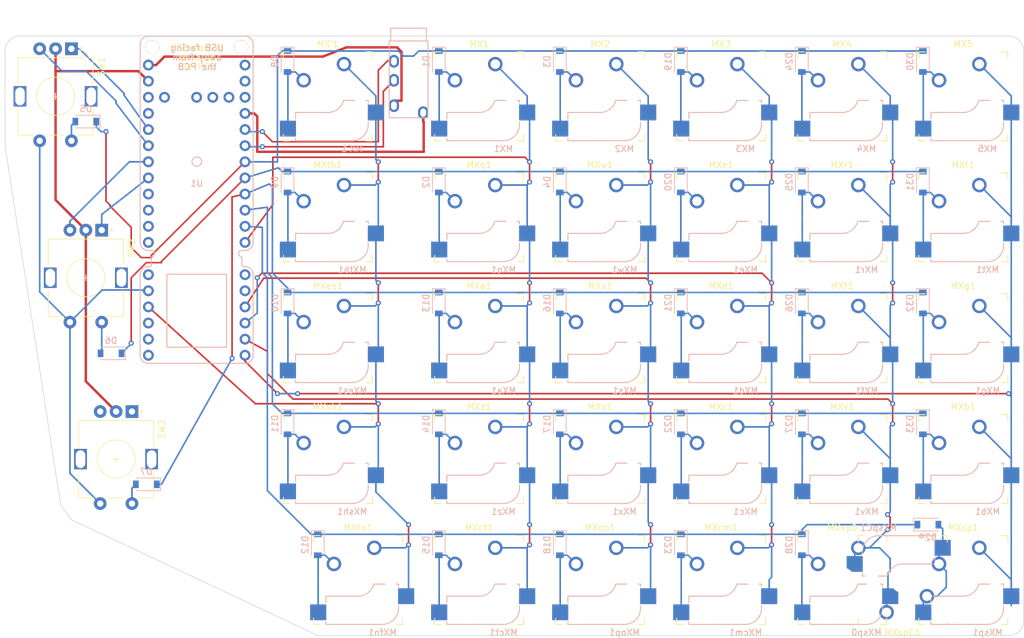
<source format=kicad_pcb>
(kicad_pcb (version 20171130) (host pcbnew "(5.1.5-0-10_14)")
  (layers (0 F.Cu signal) (31 B.Cu signal) (34 B.Paste user) (35 F.Paste user) (36 B.SilkS user) (37 F.SilkS user) (38 B.Mask user) (39 F.Mask user) (44 Edge.Cuts user))
  (net 0 "")
  (net 1 "Net-(D1-Pad2)")
  (net 2 ROW0)
  (net 3 "Net-(D2-Pad2)")
  (net 4 ROW1)
  (net 5 "Net-(D3-Pad2)")
  (net 6 "Net-(D4-Pad2)")
  (net 7 "Net-(D5-Pad2)")
  (net 8 "Net-(D6-Pad2)")
  (net 9 "Net-(D7-Pad2)")
  (net 10 ROW2)
  (net 11 "Net-(D8-Pad2)")
  (net 12 "Net-(D9-Pad2)")
  (net 13 "Net-(D10-Pad2)")
  (net 14 "Net-(D11-Pad2)")
  (net 15 ROW3)
  (net 16 "Net-(D12-Pad2)")
  (net 17 ROW4)
  (net 18 "Net-(D13-Pad2)")
  (net 19 "Net-(D14-Pad2)")
  (net 20 "Net-(D15-Pad2)")
  (net 21 "Net-(D16-Pad2)")
  (net 22 "Net-(D17-Pad2)")
  (net 23 "Net-(D18-Pad2)")
  (net 24 "Net-(D19-Pad2)")
  (net 25 "Net-(D20-Pad2)")
  (net 26 "Net-(D21-Pad2)")
  (net 27 "Net-(D22-Pad2)")
  (net 28 "Net-(D23-Pad2)")
  (net 29 "Net-(D24-Pad2)")
  (net 30 "Net-(D25-Pad2)")
  (net 31 "Net-(D26-Pad2)")
  (net 32 "Net-(D27-Pad2)")
  (net 33 "Net-(D28-Pad2)")
  (net 34 "Net-(D29-Pad2)")
  (net 35 "Net-(D30-Pad2)")
  (net 36 "Net-(D31-Pad2)")
  (net 37 "Net-(D32-Pad2)")
  (net 38 "Net-(D33-Pad2)")
  (net 39 COL2)
  (net 40 COL3)
  (net 41 COL4)
  (net 42 COL5)
  (net 43 COL6)
  (net 44 COL1)
  (net 45 ROT0A)
  (net 46 GND)
  (net 47 ROT0B)
  (net 48 COL0)
  (net 49 ROT1A)
  (net 50 ROT1B)
  (net 51 ROT2A)
  (net 52 ROT2B)
  (net 53 "Net-(U1-PadA10)")
  (net 54 "Net-(U1-PadA9)")
  (net 55 "Net-(U1-PadD+)")
  (net 56 TRRS0)
  (net 57 TRRS1)
  (net 58 "Net-(U1-PadD-)")
  (net 59 "Net-(U1-PadCHRG)")
  (net 60 "Net-(U1-PadA5)")
  (net 61 "Net-(U1-PadA4)")
  (net 62 "Net-(U1-PadDFU)")
  (net 63 "Net-(U1-PadA3|5v)")
  (net 64 "Net-(U1-PadB14)")
  (net 65 "Net-(U1-PadB15)")
  (net 66 "Net-(U1-PadB13)")
  (net 67 "Net-(U1-PadA14)")
  (net 68 "Net-(U1-PadA13)")
  (net 69 "Net-(U1-PadRST)")
  (net 70 "Net-(U1-PadB9)")
  (net 71 "Net-(U1-PadB10)")
  (net 72 +5V)
  (net 73 +3V3)
  (module Keebio-Parts:TRRS-PJ-320A (layer B.Cu) (at 100.0125 15.08125 180)
    (fp_text reference J1)
    (fp_text value AudioJack4)
    (pad R1 thru_hole oval (at 2.3 -6.2 180) (size 1.6 2) (drill oval 0.9 1.3) (layers *.Cu *.Mask) (net 57 TRRS1))
    (pad "" np_thru_hole circle (at 0 -1.6 180) (size 0.8 0.8) (drill 0.8) (layers *.Cu *.Mask))
    (pad "" np_thru_hole circle (at 0 -8.6 180) (size 0.8 0.8) (drill 0.8) (layers *.Cu *.Mask))
    (pad R2 thru_hole oval (at 2.3 -3.2 180) (size 1.6 2) (drill oval 0.9 1.3) (layers *.Cu *.Mask) (net 56 TRRS0))
    (pad T thru_hole oval (at 2.3 -10.2 180) (size 1.6 2) (drill oval 0.9 1.3) (layers *.Cu *.Mask) (net 72 +5V))
    (pad S thru_hole oval (at -2.3 -11.3 180) (size 1.6 2) (drill oval 0.9 1.3) (layers *.Cu *.Mask) (net 46 GND))
  )
  (module Rotary_Encoder:RotaryEncoder_Alps_EC11E-Switch_Vertical_H20mm (layer F.Cu) (at 44.45 23.8125 270)
    (fp_text reference SW1 (at -4.7 -7.2 90) (layer F.SilkS))
    (fp_text value Rotary_Encoder_Switch)
    (pad A thru_hole rect (at -7.5 -2.5 270) (size 2 2) (drill 1) (layers *.Cu *.Mask) (net 45 ROT0A))
    (pad C thru_hole circle (at -7.5 0 270) (size 2 2) (drill 1) (layers *.Cu *.Mask) (net 46 GND))
    (pad B thru_hole circle (at -7.5 2.5 270) (size 2 2) (drill 1) (layers *.Cu *.Mask) (net 47 ROT0B))
    (pad MP thru_hole rect (at 0 -5.6 270) (size 3.2 2) (drill oval 2.8 1.5) (layers *.Cu *.Mask))
    (pad MP thru_hole rect (at 0 5.6 270) (size 3.2 2) (drill oval 2.8 1.5) (layers *.Cu *.Mask))
    (pad S2 thru_hole circle (at 7 -2.5 270) (size 2 2) (drill 1) (layers *.Cu *.Mask) (net 7 "Net-(D5-Pad2)"))
    (pad S1 thru_hole circle (at 7 2.5 270) (size 2 2) (drill 1) (layers *.Cu *.Mask) (net 48 COL0))
  )
  (module 3d-split-keeb:Kailh_socket_MX_optional_FLIPPED (layer F.Cu) (at 187.325 80.9625)
    (fp_text reference MXb1 (at 0 -8.255) (layer F.SilkS))
    (fp_text value MX-NoLED)
    (fp_text user %R (at 3.81 8.255) (layer B.SilkS) (effects (justify mirror)))
    (pad 2 smd rect (at -6.29 5.08) (size 2.55 2.5) (layers B.Cu B.Paste B.Mask) (net 38 "Net-(D33-Pad2)"))
    (pad "" np_thru_hole circle (at -2.54 5.08) (size 3 3) (drill 3) (layers *.Cu *.Mask))
    (pad "" np_thru_hole circle (at 3.81 2.54) (size 3 3) (drill 3) (layers *.Cu *.Mask))
    (pad 1 thru_hole circle (at 2.54 -5.08) (size 2.286 2.286) (drill 1.4986) (layers *.Cu *.Mask) (net 43 COL6))
    (pad "" np_thru_hole circle (at 0 0) (size 3.9878 3.9878) (drill 3.9878) (layers *.Cu *.Mask))
    (pad 2 thru_hole circle (at -3.81 -2.54) (size 2.286 2.286) (drill 1.4986) (layers *.Cu *.Mask) (net 38 "Net-(D33-Pad2)"))
    (pad "" np_thru_hole circle (at 5.08 0) (size 1.7018 1.7018) (drill 1.7018) (layers *.Cu *.Mask))
    (pad "" np_thru_hole circle (at -5.08 0) (size 1.7018 1.7018) (drill 1.7018) (layers *.Cu *.Mask))
    (pad 1 smd rect (at 7.56 2.54) (size 2.55 2.5) (layers B.Cu B.Paste B.Mask) (net 43 COL6))
  )
  (module 3d-split-keeb:Kailh_socket_MX_optional_FLIPPED (layer F.Cu) (at 187.325 23.8125)
    (fp_text reference MX5 (at 0 -8.255) (layer F.SilkS))
    (fp_text value MX-NoLED)
    (fp_text user %R (at 3.81 8.255) (layer B.SilkS) (effects (justify mirror)))
    (pad 2 smd rect (at -6.29 5.08) (size 2.55 2.5) (layers B.Cu B.Paste B.Mask) (net 35 "Net-(D30-Pad2)"))
    (pad "" np_thru_hole circle (at -2.54 5.08) (size 3 3) (drill 3) (layers *.Cu *.Mask))
    (pad "" np_thru_hole circle (at 3.81 2.54) (size 3 3) (drill 3) (layers *.Cu *.Mask))
    (pad 1 thru_hole circle (at 2.54 -5.08) (size 2.286 2.286) (drill 1.4986) (layers *.Cu *.Mask) (net 43 COL6))
    (pad "" np_thru_hole circle (at 0 0) (size 3.9878 3.9878) (drill 3.9878) (layers *.Cu *.Mask))
    (pad 2 thru_hole circle (at -3.81 -2.54) (size 2.286 2.286) (drill 1.4986) (layers *.Cu *.Mask) (net 35 "Net-(D30-Pad2)"))
    (pad "" np_thru_hole circle (at 5.08 0) (size 1.7018 1.7018) (drill 1.7018) (layers *.Cu *.Mask))
    (pad "" np_thru_hole circle (at -5.08 0) (size 1.7018 1.7018) (drill 1.7018) (layers *.Cu *.Mask))
    (pad 1 smd rect (at 7.56 2.54) (size 2.55 2.5) (layers B.Cu B.Paste B.Mask) (net 43 COL6))
  )
  (module 3d-split-keeb:Kailh_socket_MX_optional_FLIPPED (layer F.Cu) (at 87.3125 80.9625)
    (fp_text reference MXsh1 (at 0 -8.255) (layer F.SilkS))
    (fp_text value MX-NoLED)
    (fp_text user %R (at 3.81 8.255) (layer B.SilkS) (effects (justify mirror)))
    (pad 2 smd rect (at -6.29 5.08) (size 2.55 2.5) (layers B.Cu B.Paste B.Mask) (net 14 "Net-(D11-Pad2)"))
    (pad "" np_thru_hole circle (at -2.54 5.08) (size 3 3) (drill 3) (layers *.Cu *.Mask))
    (pad "" np_thru_hole circle (at 3.81 2.54) (size 3 3) (drill 3) (layers *.Cu *.Mask))
    (pad 1 thru_hole circle (at 2.54 -5.08) (size 2.286 2.286) (drill 1.4986) (layers *.Cu *.Mask) (net 44 COL1))
    (pad "" np_thru_hole circle (at 0 0) (size 3.9878 3.9878) (drill 3.9878) (layers *.Cu *.Mask))
    (pad 2 thru_hole circle (at -3.81 -2.54) (size 2.286 2.286) (drill 1.4986) (layers *.Cu *.Mask) (net 14 "Net-(D11-Pad2)"))
    (pad "" np_thru_hole circle (at 5.08 0) (size 1.7018 1.7018) (drill 1.7018) (layers *.Cu *.Mask))
    (pad "" np_thru_hole circle (at -5.08 0) (size 1.7018 1.7018) (drill 1.7018) (layers *.Cu *.Mask))
    (pad 1 smd rect (at 7.56 2.54) (size 2.55 2.5) (layers B.Cu B.Paste B.Mask) (net 44 COL1))
  )
  (module 3d-split-keeb:Kailh_socket_MX_optional_FLIPPED (layer F.Cu) (at 87.3125 61.9125)
    (fp_text reference MXes1 (at 0 -8.255) (layer F.SilkS))
    (fp_text value MX-NoLED)
    (fp_text user %R (at 3.81 8.255) (layer B.SilkS) (effects (justify mirror)))
    (pad 2 smd rect (at -6.29 5.08) (size 2.55 2.5) (layers B.Cu B.Paste B.Mask) (net 13 "Net-(D10-Pad2)"))
    (pad "" np_thru_hole circle (at -2.54 5.08) (size 3 3) (drill 3) (layers *.Cu *.Mask))
    (pad "" np_thru_hole circle (at 3.81 2.54) (size 3 3) (drill 3) (layers *.Cu *.Mask))
    (pad 1 thru_hole circle (at 2.54 -5.08) (size 2.286 2.286) (drill 1.4986) (layers *.Cu *.Mask) (net 44 COL1))
    (pad "" np_thru_hole circle (at 0 0) (size 3.9878 3.9878) (drill 3.9878) (layers *.Cu *.Mask))
    (pad 2 thru_hole circle (at -3.81 -2.54) (size 2.286 2.286) (drill 1.4986) (layers *.Cu *.Mask) (net 13 "Net-(D10-Pad2)"))
    (pad "" np_thru_hole circle (at 5.08 0) (size 1.7018 1.7018) (drill 1.7018) (layers *.Cu *.Mask))
    (pad "" np_thru_hole circle (at -5.08 0) (size 1.7018 1.7018) (drill 1.7018) (layers *.Cu *.Mask))
    (pad 1 smd rect (at 7.56 2.54) (size 2.55 2.5) (layers B.Cu B.Paste B.Mask) (net 44 COL1))
  )
  (module 3d-split-keeb:Kailh_socket_MX_optional_FLIPPED (layer F.Cu) (at 87.3125 42.8625)
    (fp_text reference MXtb1 (at 0 -8.255) (layer F.SilkS))
    (fp_text value MX-NoLED)
    (fp_text user %R (at 3.81 8.255) (layer B.SilkS) (effects (justify mirror)))
    (pad 2 smd rect (at -6.29 5.08) (size 2.55 2.5) (layers B.Cu B.Paste B.Mask) (net 12 "Net-(D9-Pad2)"))
    (pad "" np_thru_hole circle (at -2.54 5.08) (size 3 3) (drill 3) (layers *.Cu *.Mask))
    (pad "" np_thru_hole circle (at 3.81 2.54) (size 3 3) (drill 3) (layers *.Cu *.Mask))
    (pad 1 thru_hole circle (at 2.54 -5.08) (size 2.286 2.286) (drill 1.4986) (layers *.Cu *.Mask) (net 44 COL1))
    (pad "" np_thru_hole circle (at 0 0) (size 3.9878 3.9878) (drill 3.9878) (layers *.Cu *.Mask))
    (pad 2 thru_hole circle (at -3.81 -2.54) (size 2.286 2.286) (drill 1.4986) (layers *.Cu *.Mask) (net 12 "Net-(D9-Pad2)"))
    (pad "" np_thru_hole circle (at 5.08 0) (size 1.7018 1.7018) (drill 1.7018) (layers *.Cu *.Mask))
    (pad "" np_thru_hole circle (at -5.08 0) (size 1.7018 1.7018) (drill 1.7018) (layers *.Cu *.Mask))
    (pad 1 smd rect (at 7.56 2.54) (size 2.55 2.5) (layers B.Cu B.Paste B.Mask) (net 44 COL1))
  )
  (module 3d-split-keeb:Kailh_socket_MX_optional_FLIPPED (layer F.Cu) (at 87.3125 23.8125)
    (fp_text reference MX`1 (at 0 -8.255) (layer F.SilkS))
    (fp_text value MX-NoLED)
    (fp_text user %R (at 3.81 8.255) (layer B.SilkS) (effects (justify mirror)))
    (pad 2 smd rect (at -6.29 5.08) (size 2.55 2.5) (layers B.Cu B.Paste B.Mask) (net 11 "Net-(D8-Pad2)"))
    (pad "" np_thru_hole circle (at -2.54 5.08) (size 3 3) (drill 3) (layers *.Cu *.Mask))
    (pad "" np_thru_hole circle (at 3.81 2.54) (size 3 3) (drill 3) (layers *.Cu *.Mask))
    (pad 1 thru_hole circle (at 2.54 -5.08) (size 2.286 2.286) (drill 1.4986) (layers *.Cu *.Mask) (net 44 COL1))
    (pad "" np_thru_hole circle (at 0 0) (size 3.9878 3.9878) (drill 3.9878) (layers *.Cu *.Mask))
    (pad 2 thru_hole circle (at -3.81 -2.54) (size 2.286 2.286) (drill 1.4986) (layers *.Cu *.Mask) (net 11 "Net-(D8-Pad2)"))
    (pad "" np_thru_hole circle (at 5.08 0) (size 1.7018 1.7018) (drill 1.7018) (layers *.Cu *.Mask))
    (pad "" np_thru_hole circle (at -5.08 0) (size 1.7018 1.7018) (drill 1.7018) (layers *.Cu *.Mask))
    (pad 1 smd rect (at 7.56 2.54) (size 2.55 2.5) (layers B.Cu B.Paste B.Mask) (net 44 COL1))
  )
  (module 3d-split-keeb:Kailh_socket_MX_optional_FLIPPED (layer F.Cu) (at 111.125 80.9625)
    (fp_text reference MXz1 (at 0 -8.255) (layer F.SilkS))
    (fp_text value MX-NoLED)
    (fp_text user %R (at 3.81 8.255) (layer B.SilkS) (effects (justify mirror)))
    (pad 2 smd rect (at -6.29 5.08) (size 2.55 2.5) (layers B.Cu B.Paste B.Mask) (net 19 "Net-(D14-Pad2)"))
    (pad "" np_thru_hole circle (at -2.54 5.08) (size 3 3) (drill 3) (layers *.Cu *.Mask))
    (pad "" np_thru_hole circle (at 3.81 2.54) (size 3 3) (drill 3) (layers *.Cu *.Mask))
    (pad 1 thru_hole circle (at 2.54 -5.08) (size 2.286 2.286) (drill 1.4986) (layers *.Cu *.Mask) (net 39 COL2))
    (pad "" np_thru_hole circle (at 0 0) (size 3.9878 3.9878) (drill 3.9878) (layers *.Cu *.Mask))
    (pad 2 thru_hole circle (at -3.81 -2.54) (size 2.286 2.286) (drill 1.4986) (layers *.Cu *.Mask) (net 19 "Net-(D14-Pad2)"))
    (pad "" np_thru_hole circle (at 5.08 0) (size 1.7018 1.7018) (drill 1.7018) (layers *.Cu *.Mask))
    (pad "" np_thru_hole circle (at -5.08 0) (size 1.7018 1.7018) (drill 1.7018) (layers *.Cu *.Mask))
    (pad 1 smd rect (at 7.56 2.54) (size 2.55 2.5) (layers B.Cu B.Paste B.Mask) (net 39 COL2))
  )
  (module 3d-split-keeb:Kailh_socket_MX_optional_FLIPPED (layer F.Cu) (at 130.175 80.9625)
    (fp_text reference MXx1 (at 0 -8.255) (layer F.SilkS))
    (fp_text value MX-NoLED)
    (fp_text user %R (at 3.81 8.255) (layer B.SilkS) (effects (justify mirror)))
    (pad 2 smd rect (at -6.29 5.08) (size 2.55 2.5) (layers B.Cu B.Paste B.Mask) (net 22 "Net-(D17-Pad2)"))
    (pad "" np_thru_hole circle (at -2.54 5.08) (size 3 3) (drill 3) (layers *.Cu *.Mask))
    (pad "" np_thru_hole circle (at 3.81 2.54) (size 3 3) (drill 3) (layers *.Cu *.Mask))
    (pad 1 thru_hole circle (at 2.54 -5.08) (size 2.286 2.286) (drill 1.4986) (layers *.Cu *.Mask) (net 40 COL3))
    (pad "" np_thru_hole circle (at 0 0) (size 3.9878 3.9878) (drill 3.9878) (layers *.Cu *.Mask))
    (pad 2 thru_hole circle (at -3.81 -2.54) (size 2.286 2.286) (drill 1.4986) (layers *.Cu *.Mask) (net 22 "Net-(D17-Pad2)"))
    (pad "" np_thru_hole circle (at 5.08 0) (size 1.7018 1.7018) (drill 1.7018) (layers *.Cu *.Mask))
    (pad "" np_thru_hole circle (at -5.08 0) (size 1.7018 1.7018) (drill 1.7018) (layers *.Cu *.Mask))
    (pad 1 smd rect (at 7.56 2.54) (size 2.55 2.5) (layers B.Cu B.Paste B.Mask) (net 40 COL3))
  )
  (module 3d-split-keeb:Kailh_socket_MX_optional_FLIPPED (layer F.Cu) (at 130.175 42.8625)
    (fp_text reference MXw1 (at 0 -8.255) (layer F.SilkS))
    (fp_text value MX-NoLED)
    (fp_text user %R (at 3.81 8.255) (layer B.SilkS) (effects (justify mirror)))
    (pad 2 smd rect (at -6.29 5.08) (size 2.55 2.5) (layers B.Cu B.Paste B.Mask) (net 6 "Net-(D4-Pad2)"))
    (pad "" np_thru_hole circle (at -2.54 5.08) (size 3 3) (drill 3) (layers *.Cu *.Mask))
    (pad "" np_thru_hole circle (at 3.81 2.54) (size 3 3) (drill 3) (layers *.Cu *.Mask))
    (pad 1 thru_hole circle (at 2.54 -5.08) (size 2.286 2.286) (drill 1.4986) (layers *.Cu *.Mask) (net 40 COL3))
    (pad "" np_thru_hole circle (at 0 0) (size 3.9878 3.9878) (drill 3.9878) (layers *.Cu *.Mask))
    (pad 2 thru_hole circle (at -3.81 -2.54) (size 2.286 2.286) (drill 1.4986) (layers *.Cu *.Mask) (net 6 "Net-(D4-Pad2)"))
    (pad "" np_thru_hole circle (at 5.08 0) (size 1.7018 1.7018) (drill 1.7018) (layers *.Cu *.Mask))
    (pad "" np_thru_hole circle (at -5.08 0) (size 1.7018 1.7018) (drill 1.7018) (layers *.Cu *.Mask))
    (pad 1 smd rect (at 7.56 2.54) (size 2.55 2.5) (layers B.Cu B.Paste B.Mask) (net 40 COL3))
  )
  (module 3d-split-keeb:Kailh_socket_MX_optional_FLIPPED (layer F.Cu) (at 168.275 80.9625)
    (fp_text reference MXv1 (at 0 -8.255) (layer F.SilkS))
    (fp_text value MX-NoLED)
    (fp_text user %R (at 3.81 8.255) (layer B.SilkS) (effects (justify mirror)))
    (pad 2 smd rect (at -6.29 5.08) (size 2.55 2.5) (layers B.Cu B.Paste B.Mask) (net 32 "Net-(D27-Pad2)"))
    (pad "" np_thru_hole circle (at -2.54 5.08) (size 3 3) (drill 3) (layers *.Cu *.Mask))
    (pad "" np_thru_hole circle (at 3.81 2.54) (size 3 3) (drill 3) (layers *.Cu *.Mask))
    (pad 1 thru_hole circle (at 2.54 -5.08) (size 2.286 2.286) (drill 1.4986) (layers *.Cu *.Mask) (net 42 COL5))
    (pad "" np_thru_hole circle (at 0 0) (size 3.9878 3.9878) (drill 3.9878) (layers *.Cu *.Mask))
    (pad 2 thru_hole circle (at -3.81 -2.54) (size 2.286 2.286) (drill 1.4986) (layers *.Cu *.Mask) (net 32 "Net-(D27-Pad2)"))
    (pad "" np_thru_hole circle (at 5.08 0) (size 1.7018 1.7018) (drill 1.7018) (layers *.Cu *.Mask))
    (pad "" np_thru_hole circle (at -5.08 0) (size 1.7018 1.7018) (drill 1.7018) (layers *.Cu *.Mask))
    (pad 1 smd rect (at 7.56 2.54) (size 2.55 2.5) (layers B.Cu B.Paste B.Mask) (net 42 COL5))
  )
  (module 3d-split-keeb:Kailh_socket_MX_optional_FLIPPED (layer F.Cu) (at 187.325 42.8625)
    (fp_text reference MXt1 (at 0 -8.255) (layer F.SilkS))
    (fp_text value MX-NoLED)
    (fp_text user %R (at 3.81 8.255) (layer B.SilkS) (effects (justify mirror)))
    (pad 2 smd rect (at -6.29 5.08) (size 2.55 2.5) (layers B.Cu B.Paste B.Mask) (net 36 "Net-(D31-Pad2)"))
    (pad "" np_thru_hole circle (at -2.54 5.08) (size 3 3) (drill 3) (layers *.Cu *.Mask))
    (pad "" np_thru_hole circle (at 3.81 2.54) (size 3 3) (drill 3) (layers *.Cu *.Mask))
    (pad 1 thru_hole circle (at 2.54 -5.08) (size 2.286 2.286) (drill 1.4986) (layers *.Cu *.Mask) (net 43 COL6))
    (pad "" np_thru_hole circle (at 0 0) (size 3.9878 3.9878) (drill 3.9878) (layers *.Cu *.Mask))
    (pad 2 thru_hole circle (at -3.81 -2.54) (size 2.286 2.286) (drill 1.4986) (layers *.Cu *.Mask) (net 36 "Net-(D31-Pad2)"))
    (pad "" np_thru_hole circle (at 5.08 0) (size 1.7018 1.7018) (drill 1.7018) (layers *.Cu *.Mask))
    (pad "" np_thru_hole circle (at -5.08 0) (size 1.7018 1.7018) (drill 1.7018) (layers *.Cu *.Mask))
    (pad 1 smd rect (at 7.56 2.54) (size 2.55 2.5) (layers B.Cu B.Paste B.Mask) (net 43 COL6))
  )
  (module 3d-split-keeb:Kailh_socket_MX_optional_FLIPPED (layer F.Cu) (at 177.8 100.0125 180)
    (fp_text reference MXspC1 (at 0 -8.255) (layer F.SilkS))
    (fp_text value MX-NoLED)
    (fp_text user %R (at 3.81 8.255) (layer B.SilkS) (effects (justify mirror)))
    (pad 2 smd rect (at -6.29 5.08 180) (size 2.55 2.5) (layers B.Cu B.Paste B.Mask) (net 33 "Net-(D28-Pad2)"))
    (pad "" np_thru_hole circle (at -2.54 5.08 180) (size 3 3) (drill 3) (layers *.Cu *.Mask))
    (pad "" np_thru_hole circle (at 3.81 2.54 180) (size 3 3) (drill 3) (layers *.Cu *.Mask))
    (pad 1 thru_hole circle (at 2.54 -5.08 180) (size 2.286 2.286) (drill 1.4986) (layers *.Cu *.Mask) (net 42 COL5))
    (pad "" np_thru_hole circle (at 0 0 180) (size 3.9878 3.9878) (drill 3.9878) (layers *.Cu *.Mask))
    (pad 2 thru_hole circle (at -3.81 -2.54 180) (size 2.286 2.286) (drill 1.4986) (layers *.Cu *.Mask) (net 33 "Net-(D28-Pad2)"))
    (pad "" np_thru_hole circle (at 5.08 0 180) (size 1.7018 1.7018) (drill 1.7018) (layers *.Cu *.Mask))
    (pad "" np_thru_hole circle (at -5.08 0 180) (size 1.7018 1.7018) (drill 1.7018) (layers *.Cu *.Mask))
    (pad 1 smd rect (at 7.56 2.54 180) (size 2.55 2.5) (layers B.Cu B.Paste B.Mask) (net 42 COL5))
  )
  (module 3d-split-keeb:Kailh_socket_MX_optional_FLIPPED (layer F.Cu) (at 187.325 100.0125)
    (fp_text reference MXsp1 (at 0 -8.255) (layer F.SilkS))
    (fp_text value MX-NoLED)
    (fp_text user %R (at 3.81 8.255) (layer B.SilkS) (effects (justify mirror)))
    (pad 2 smd rect (at -6.29 5.08) (size 2.55 2.5) (layers B.Cu B.Paste B.Mask) (net 34 "Net-(D29-Pad2)"))
    (pad "" np_thru_hole circle (at -2.54 5.08) (size 3 3) (drill 3) (layers *.Cu *.Mask))
    (pad "" np_thru_hole circle (at 3.81 2.54) (size 3 3) (drill 3) (layers *.Cu *.Mask))
    (pad 1 thru_hole circle (at 2.54 -5.08) (size 2.286 2.286) (drill 1.4986) (layers *.Cu *.Mask) (net 43 COL6))
    (pad "" np_thru_hole circle (at 0 0) (size 3.9878 3.9878) (drill 3.9878) (layers *.Cu *.Mask))
    (pad 2 thru_hole circle (at -3.81 -2.54) (size 2.286 2.286) (drill 1.4986) (layers *.Cu *.Mask) (net 34 "Net-(D29-Pad2)"))
    (pad "" np_thru_hole circle (at 5.08 0) (size 1.7018 1.7018) (drill 1.7018) (layers *.Cu *.Mask))
    (pad "" np_thru_hole circle (at -5.08 0) (size 1.7018 1.7018) (drill 1.7018) (layers *.Cu *.Mask))
    (pad 1 smd rect (at 7.56 2.54) (size 2.55 2.5) (layers B.Cu B.Paste B.Mask) (net 43 COL6))
  )
  (module 3d-split-keeb:Kailh_socket_MX_optional_FLIPPED (layer F.Cu) (at 168.275 100.0125)
    (fp_text reference MXsp0 (at 0 -8.255) (layer F.SilkS))
    (fp_text value MX-NoLED)
    (fp_text user %R (at 3.81 8.255) (layer B.SilkS) (effects (justify mirror)))
    (pad 2 smd rect (at -6.29 5.08) (size 2.55 2.5) (layers B.Cu B.Paste B.Mask) (net 33 "Net-(D28-Pad2)"))
    (pad "" np_thru_hole circle (at -2.54 5.08) (size 3 3) (drill 3) (layers *.Cu *.Mask))
    (pad "" np_thru_hole circle (at 3.81 2.54) (size 3 3) (drill 3) (layers *.Cu *.Mask))
    (pad 1 thru_hole circle (at 2.54 -5.08) (size 2.286 2.286) (drill 1.4986) (layers *.Cu *.Mask) (net 42 COL5))
    (pad "" np_thru_hole circle (at 0 0) (size 3.9878 3.9878) (drill 3.9878) (layers *.Cu *.Mask))
    (pad 2 thru_hole circle (at -3.81 -2.54) (size 2.286 2.286) (drill 1.4986) (layers *.Cu *.Mask) (net 33 "Net-(D28-Pad2)"))
    (pad "" np_thru_hole circle (at 5.08 0) (size 1.7018 1.7018) (drill 1.7018) (layers *.Cu *.Mask))
    (pad "" np_thru_hole circle (at -5.08 0) (size 1.7018 1.7018) (drill 1.7018) (layers *.Cu *.Mask))
    (pad 1 smd rect (at 7.56 2.54) (size 2.55 2.5) (layers B.Cu B.Paste B.Mask) (net 42 COL5))
  )
  (module 3d-split-keeb:Kailh_socket_MX_optional_FLIPPED (layer F.Cu) (at 130.175 61.9125)
    (fp_text reference MXs1 (at 0 -8.255) (layer F.SilkS))
    (fp_text value MX-NoLED)
    (fp_text user %R (at 3.81 8.255) (layer B.SilkS) (effects (justify mirror)))
    (pad 2 smd rect (at -6.29 5.08) (size 2.55 2.5) (layers B.Cu B.Paste B.Mask) (net 21 "Net-(D16-Pad2)"))
    (pad "" np_thru_hole circle (at -2.54 5.08) (size 3 3) (drill 3) (layers *.Cu *.Mask))
    (pad "" np_thru_hole circle (at 3.81 2.54) (size 3 3) (drill 3) (layers *.Cu *.Mask))
    (pad 1 thru_hole circle (at 2.54 -5.08) (size 2.286 2.286) (drill 1.4986) (layers *.Cu *.Mask) (net 40 COL3))
    (pad "" np_thru_hole circle (at 0 0) (size 3.9878 3.9878) (drill 3.9878) (layers *.Cu *.Mask))
    (pad 2 thru_hole circle (at -3.81 -2.54) (size 2.286 2.286) (drill 1.4986) (layers *.Cu *.Mask) (net 21 "Net-(D16-Pad2)"))
    (pad "" np_thru_hole circle (at 5.08 0) (size 1.7018 1.7018) (drill 1.7018) (layers *.Cu *.Mask))
    (pad "" np_thru_hole circle (at -5.08 0) (size 1.7018 1.7018) (drill 1.7018) (layers *.Cu *.Mask))
    (pad 1 smd rect (at 7.56 2.54) (size 2.55 2.5) (layers B.Cu B.Paste B.Mask) (net 40 COL3))
  )
  (module 3d-split-keeb:Kailh_socket_MX_optional_FLIPPED (layer F.Cu) (at 168.275 42.8625)
    (fp_text reference MXr1 (at 0 -8.255) (layer F.SilkS))
    (fp_text value MX-NoLED)
    (fp_text user %R (at 3.81 8.255) (layer B.SilkS) (effects (justify mirror)))
    (pad 2 smd rect (at -6.29 5.08) (size 2.55 2.5) (layers B.Cu B.Paste B.Mask) (net 30 "Net-(D25-Pad2)"))
    (pad "" np_thru_hole circle (at -2.54 5.08) (size 3 3) (drill 3) (layers *.Cu *.Mask))
    (pad "" np_thru_hole circle (at 3.81 2.54) (size 3 3) (drill 3) (layers *.Cu *.Mask))
    (pad 1 thru_hole circle (at 2.54 -5.08) (size 2.286 2.286) (drill 1.4986) (layers *.Cu *.Mask) (net 42 COL5))
    (pad "" np_thru_hole circle (at 0 0) (size 3.9878 3.9878) (drill 3.9878) (layers *.Cu *.Mask))
    (pad 2 thru_hole circle (at -3.81 -2.54) (size 2.286 2.286) (drill 1.4986) (layers *.Cu *.Mask) (net 30 "Net-(D25-Pad2)"))
    (pad "" np_thru_hole circle (at 5.08 0) (size 1.7018 1.7018) (drill 1.7018) (layers *.Cu *.Mask))
    (pad "" np_thru_hole circle (at -5.08 0) (size 1.7018 1.7018) (drill 1.7018) (layers *.Cu *.Mask))
    (pad 1 smd rect (at 7.56 2.54) (size 2.55 2.5) (layers B.Cu B.Paste B.Mask) (net 42 COL5))
  )
  (module 3d-split-keeb:Kailh_socket_MX_optional_FLIPPED (layer F.Cu) (at 111.125 42.8625)
    (fp_text reference MXq1 (at 0 -8.255) (layer F.SilkS))
    (fp_text value MX-NoLED)
    (fp_text user %R (at 3.81 8.255) (layer B.SilkS) (effects (justify mirror)))
    (pad 2 smd rect (at -6.29 5.08) (size 2.55 2.5) (layers B.Cu B.Paste B.Mask) (net 3 "Net-(D2-Pad2)"))
    (pad "" np_thru_hole circle (at -2.54 5.08) (size 3 3) (drill 3) (layers *.Cu *.Mask))
    (pad "" np_thru_hole circle (at 3.81 2.54) (size 3 3) (drill 3) (layers *.Cu *.Mask))
    (pad 1 thru_hole circle (at 2.54 -5.08) (size 2.286 2.286) (drill 1.4986) (layers *.Cu *.Mask) (net 39 COL2))
    (pad "" np_thru_hole circle (at 0 0) (size 3.9878 3.9878) (drill 3.9878) (layers *.Cu *.Mask))
    (pad 2 thru_hole circle (at -3.81 -2.54) (size 2.286 2.286) (drill 1.4986) (layers *.Cu *.Mask) (net 3 "Net-(D2-Pad2)"))
    (pad "" np_thru_hole circle (at 5.08 0) (size 1.7018 1.7018) (drill 1.7018) (layers *.Cu *.Mask))
    (pad "" np_thru_hole circle (at -5.08 0) (size 1.7018 1.7018) (drill 1.7018) (layers *.Cu *.Mask))
    (pad 1 smd rect (at 7.56 2.54) (size 2.55 2.5) (layers B.Cu B.Paste B.Mask) (net 39 COL2))
  )
  (module 3d-split-keeb:Kailh_socket_MX_optional_FLIPPED (layer F.Cu) (at 130.175 100.0125)
    (fp_text reference MXop1 (at 0 -8.255) (layer F.SilkS))
    (fp_text value MX-NoLED)
    (fp_text user %R (at 3.81 8.255) (layer B.SilkS) (effects (justify mirror)))
    (pad 2 smd rect (at -6.29 5.08) (size 2.55 2.5) (layers B.Cu B.Paste B.Mask) (net 23 "Net-(D18-Pad2)"))
    (pad "" np_thru_hole circle (at -2.54 5.08) (size 3 3) (drill 3) (layers *.Cu *.Mask))
    (pad "" np_thru_hole circle (at 3.81 2.54) (size 3 3) (drill 3) (layers *.Cu *.Mask))
    (pad 1 thru_hole circle (at 2.54 -5.08) (size 2.286 2.286) (drill 1.4986) (layers *.Cu *.Mask) (net 40 COL3))
    (pad "" np_thru_hole circle (at 0 0) (size 3.9878 3.9878) (drill 3.9878) (layers *.Cu *.Mask))
    (pad 2 thru_hole circle (at -3.81 -2.54) (size 2.286 2.286) (drill 1.4986) (layers *.Cu *.Mask) (net 23 "Net-(D18-Pad2)"))
    (pad "" np_thru_hole circle (at 5.08 0) (size 1.7018 1.7018) (drill 1.7018) (layers *.Cu *.Mask))
    (pad "" np_thru_hole circle (at -5.08 0) (size 1.7018 1.7018) (drill 1.7018) (layers *.Cu *.Mask))
    (pad 1 smd rect (at 7.56 2.54) (size 2.55 2.5) (layers B.Cu B.Paste B.Mask) (net 40 COL3))
  )
  (module 3d-split-keeb:Kailh_socket_MX_optional_FLIPPED (layer F.Cu) (at 187.325 61.9125)
    (fp_text reference MXg1 (at 0 -8.255) (layer F.SilkS))
    (fp_text value MX-NoLED)
    (fp_text user %R (at 3.81 8.255) (layer B.SilkS) (effects (justify mirror)))
    (pad 2 smd rect (at -6.29 5.08) (size 2.55 2.5) (layers B.Cu B.Paste B.Mask) (net 37 "Net-(D32-Pad2)"))
    (pad "" np_thru_hole circle (at -2.54 5.08) (size 3 3) (drill 3) (layers *.Cu *.Mask))
    (pad "" np_thru_hole circle (at 3.81 2.54) (size 3 3) (drill 3) (layers *.Cu *.Mask))
    (pad 1 thru_hole circle (at 2.54 -5.08) (size 2.286 2.286) (drill 1.4986) (layers *.Cu *.Mask) (net 43 COL6))
    (pad "" np_thru_hole circle (at 0 0) (size 3.9878 3.9878) (drill 3.9878) (layers *.Cu *.Mask))
    (pad 2 thru_hole circle (at -3.81 -2.54) (size 2.286 2.286) (drill 1.4986) (layers *.Cu *.Mask) (net 37 "Net-(D32-Pad2)"))
    (pad "" np_thru_hole circle (at 5.08 0) (size 1.7018 1.7018) (drill 1.7018) (layers *.Cu *.Mask))
    (pad "" np_thru_hole circle (at -5.08 0) (size 1.7018 1.7018) (drill 1.7018) (layers *.Cu *.Mask))
    (pad 1 smd rect (at 7.56 2.54) (size 2.55 2.5) (layers B.Cu B.Paste B.Mask) (net 43 COL6))
  )
  (module 3d-split-keeb:Kailh_socket_MX_optional_FLIPPED (layer F.Cu) (at 92.075 100.0125)
    (fp_text reference MXfn1 (at 0 -8.255) (layer F.SilkS))
    (fp_text value MX-NoLED)
    (fp_text user %R (at 3.81 8.255) (layer B.SilkS) (effects (justify mirror)))
    (pad 2 smd rect (at -6.29 5.08) (size 2.55 2.5) (layers B.Cu B.Paste B.Mask) (net 16 "Net-(D12-Pad2)"))
    (pad "" np_thru_hole circle (at -2.54 5.08) (size 3 3) (drill 3) (layers *.Cu *.Mask))
    (pad "" np_thru_hole circle (at 3.81 2.54) (size 3 3) (drill 3) (layers *.Cu *.Mask))
    (pad 1 thru_hole circle (at 2.54 -5.08) (size 2.286 2.286) (drill 1.4986) (layers *.Cu *.Mask) (net 44 COL1))
    (pad "" np_thru_hole circle (at 0 0) (size 3.9878 3.9878) (drill 3.9878) (layers *.Cu *.Mask))
    (pad 2 thru_hole circle (at -3.81 -2.54) (size 2.286 2.286) (drill 1.4986) (layers *.Cu *.Mask) (net 16 "Net-(D12-Pad2)"))
    (pad "" np_thru_hole circle (at 5.08 0) (size 1.7018 1.7018) (drill 1.7018) (layers *.Cu *.Mask))
    (pad "" np_thru_hole circle (at -5.08 0) (size 1.7018 1.7018) (drill 1.7018) (layers *.Cu *.Mask))
    (pad 1 smd rect (at 7.56 2.54) (size 2.55 2.5) (layers B.Cu B.Paste B.Mask) (net 44 COL1))
  )
  (module 3d-split-keeb:Kailh_socket_MX_optional_FLIPPED (layer F.Cu) (at 168.275 61.9125)
    (fp_text reference MXf1 (at 0 -8.255) (layer F.SilkS))
    (fp_text value MX-NoLED)
    (fp_text user %R (at 3.81 8.255) (layer B.SilkS) (effects (justify mirror)))
    (pad 2 smd rect (at -6.29 5.08) (size 2.55 2.5) (layers B.Cu B.Paste B.Mask) (net 31 "Net-(D26-Pad2)"))
    (pad "" np_thru_hole circle (at -2.54 5.08) (size 3 3) (drill 3) (layers *.Cu *.Mask))
    (pad "" np_thru_hole circle (at 3.81 2.54) (size 3 3) (drill 3) (layers *.Cu *.Mask))
    (pad 1 thru_hole circle (at 2.54 -5.08) (size 2.286 2.286) (drill 1.4986) (layers *.Cu *.Mask) (net 42 COL5))
    (pad "" np_thru_hole circle (at 0 0) (size 3.9878 3.9878) (drill 3.9878) (layers *.Cu *.Mask))
    (pad 2 thru_hole circle (at -3.81 -2.54) (size 2.286 2.286) (drill 1.4986) (layers *.Cu *.Mask) (net 31 "Net-(D26-Pad2)"))
    (pad "" np_thru_hole circle (at 5.08 0) (size 1.7018 1.7018) (drill 1.7018) (layers *.Cu *.Mask))
    (pad "" np_thru_hole circle (at -5.08 0) (size 1.7018 1.7018) (drill 1.7018) (layers *.Cu *.Mask))
    (pad 1 smd rect (at 7.56 2.54) (size 2.55 2.5) (layers B.Cu B.Paste B.Mask) (net 42 COL5))
  )
  (module 3d-split-keeb:Kailh_socket_MX_optional_FLIPPED (layer F.Cu) (at 149.225 42.8625)
    (fp_text reference MXe1 (at 0 -8.255) (layer F.SilkS))
    (fp_text value MX-NoLED)
    (fp_text user %R (at 3.81 8.255) (layer B.SilkS) (effects (justify mirror)))
    (pad 2 smd rect (at -6.29 5.08) (size 2.55 2.5) (layers B.Cu B.Paste B.Mask) (net 25 "Net-(D20-Pad2)"))
    (pad "" np_thru_hole circle (at -2.54 5.08) (size 3 3) (drill 3) (layers *.Cu *.Mask))
    (pad "" np_thru_hole circle (at 3.81 2.54) (size 3 3) (drill 3) (layers *.Cu *.Mask))
    (pad 1 thru_hole circle (at 2.54 -5.08) (size 2.286 2.286) (drill 1.4986) (layers *.Cu *.Mask) (net 41 COL4))
    (pad "" np_thru_hole circle (at 0 0) (size 3.9878 3.9878) (drill 3.9878) (layers *.Cu *.Mask))
    (pad 2 thru_hole circle (at -3.81 -2.54) (size 2.286 2.286) (drill 1.4986) (layers *.Cu *.Mask) (net 25 "Net-(D20-Pad2)"))
    (pad "" np_thru_hole circle (at 5.08 0) (size 1.7018 1.7018) (drill 1.7018) (layers *.Cu *.Mask))
    (pad "" np_thru_hole circle (at -5.08 0) (size 1.7018 1.7018) (drill 1.7018) (layers *.Cu *.Mask))
    (pad 1 smd rect (at 7.56 2.54) (size 2.55 2.5) (layers B.Cu B.Paste B.Mask) (net 41 COL4))
  )
  (module 3d-split-keeb:Kailh_socket_MX_optional_FLIPPED (layer F.Cu) (at 149.225 61.9125)
    (fp_text reference MXd1 (at 0 -8.255) (layer F.SilkS))
    (fp_text value MX-NoLED)
    (fp_text user %R (at 3.81 8.255) (layer B.SilkS) (effects (justify mirror)))
    (pad 2 smd rect (at -6.29 5.08) (size 2.55 2.5) (layers B.Cu B.Paste B.Mask) (net 26 "Net-(D21-Pad2)"))
    (pad "" np_thru_hole circle (at -2.54 5.08) (size 3 3) (drill 3) (layers *.Cu *.Mask))
    (pad "" np_thru_hole circle (at 3.81 2.54) (size 3 3) (drill 3) (layers *.Cu *.Mask))
    (pad 1 thru_hole circle (at 2.54 -5.08) (size 2.286 2.286) (drill 1.4986) (layers *.Cu *.Mask) (net 41 COL4))
    (pad "" np_thru_hole circle (at 0 0) (size 3.9878 3.9878) (drill 3.9878) (layers *.Cu *.Mask))
    (pad 2 thru_hole circle (at -3.81 -2.54) (size 2.286 2.286) (drill 1.4986) (layers *.Cu *.Mask) (net 26 "Net-(D21-Pad2)"))
    (pad "" np_thru_hole circle (at 5.08 0) (size 1.7018 1.7018) (drill 1.7018) (layers *.Cu *.Mask))
    (pad "" np_thru_hole circle (at -5.08 0) (size 1.7018 1.7018) (drill 1.7018) (layers *.Cu *.Mask))
    (pad 1 smd rect (at 7.56 2.54) (size 2.55 2.5) (layers B.Cu B.Paste B.Mask) (net 41 COL4))
  )
  (module 3d-split-keeb:Kailh_socket_MX_optional_FLIPPED (layer F.Cu) (at 111.125 100.0125)
    (fp_text reference MXct1 (at 0 -8.255) (layer F.SilkS))
    (fp_text value MX-NoLED)
    (fp_text user %R (at 3.81 8.255) (layer B.SilkS) (effects (justify mirror)))
    (pad 2 smd rect (at -6.29 5.08) (size 2.55 2.5) (layers B.Cu B.Paste B.Mask) (net 20 "Net-(D15-Pad2)"))
    (pad "" np_thru_hole circle (at -2.54 5.08) (size 3 3) (drill 3) (layers *.Cu *.Mask))
    (pad "" np_thru_hole circle (at 3.81 2.54) (size 3 3) (drill 3) (layers *.Cu *.Mask))
    (pad 1 thru_hole circle (at 2.54 -5.08) (size 2.286 2.286) (drill 1.4986) (layers *.Cu *.Mask) (net 39 COL2))
    (pad "" np_thru_hole circle (at 0 0) (size 3.9878 3.9878) (drill 3.9878) (layers *.Cu *.Mask))
    (pad 2 thru_hole circle (at -3.81 -2.54) (size 2.286 2.286) (drill 1.4986) (layers *.Cu *.Mask) (net 20 "Net-(D15-Pad2)"))
    (pad "" np_thru_hole circle (at 5.08 0) (size 1.7018 1.7018) (drill 1.7018) (layers *.Cu *.Mask))
    (pad "" np_thru_hole circle (at -5.08 0) (size 1.7018 1.7018) (drill 1.7018) (layers *.Cu *.Mask))
    (pad 1 smd rect (at 7.56 2.54) (size 2.55 2.5) (layers B.Cu B.Paste B.Mask) (net 39 COL2))
  )
  (module 3d-split-keeb:Kailh_socket_MX_optional_FLIPPED (layer F.Cu) (at 149.225 100.0125)
    (fp_text reference MXcm1 (at 0 -8.255) (layer F.SilkS))
    (fp_text value MX-NoLED)
    (fp_text user %R (at 3.81 8.255) (layer B.SilkS) (effects (justify mirror)))
    (pad 2 smd rect (at -6.29 5.08) (size 2.55 2.5) (layers B.Cu B.Paste B.Mask) (net 28 "Net-(D23-Pad2)"))
    (pad "" np_thru_hole circle (at -2.54 5.08) (size 3 3) (drill 3) (layers *.Cu *.Mask))
    (pad "" np_thru_hole circle (at 3.81 2.54) (size 3 3) (drill 3) (layers *.Cu *.Mask))
    (pad 1 thru_hole circle (at 2.54 -5.08) (size 2.286 2.286) (drill 1.4986) (layers *.Cu *.Mask) (net 41 COL4))
    (pad "" np_thru_hole circle (at 0 0) (size 3.9878 3.9878) (drill 3.9878) (layers *.Cu *.Mask))
    (pad 2 thru_hole circle (at -3.81 -2.54) (size 2.286 2.286) (drill 1.4986) (layers *.Cu *.Mask) (net 28 "Net-(D23-Pad2)"))
    (pad "" np_thru_hole circle (at 5.08 0) (size 1.7018 1.7018) (drill 1.7018) (layers *.Cu *.Mask))
    (pad "" np_thru_hole circle (at -5.08 0) (size 1.7018 1.7018) (drill 1.7018) (layers *.Cu *.Mask))
    (pad 1 smd rect (at 7.56 2.54) (size 2.55 2.5) (layers B.Cu B.Paste B.Mask) (net 41 COL4))
  )
  (module 3d-split-keeb:Kailh_socket_MX_optional_FLIPPED (layer F.Cu) (at 149.225 80.9625)
    (fp_text reference MXc1 (at 0 -8.255) (layer F.SilkS))
    (fp_text value MX-NoLED)
    (fp_text user %R (at 3.81 8.255) (layer B.SilkS) (effects (justify mirror)))
    (pad 2 smd rect (at -6.29 5.08) (size 2.55 2.5) (layers B.Cu B.Paste B.Mask) (net 27 "Net-(D22-Pad2)"))
    (pad "" np_thru_hole circle (at -2.54 5.08) (size 3 3) (drill 3) (layers *.Cu *.Mask))
    (pad "" np_thru_hole circle (at 3.81 2.54) (size 3 3) (drill 3) (layers *.Cu *.Mask))
    (pad 1 thru_hole circle (at 2.54 -5.08) (size 2.286 2.286) (drill 1.4986) (layers *.Cu *.Mask) (net 41 COL4))
    (pad "" np_thru_hole circle (at 0 0) (size 3.9878 3.9878) (drill 3.9878) (layers *.Cu *.Mask))
    (pad 2 thru_hole circle (at -3.81 -2.54) (size 2.286 2.286) (drill 1.4986) (layers *.Cu *.Mask) (net 27 "Net-(D22-Pad2)"))
    (pad "" np_thru_hole circle (at 5.08 0) (size 1.7018 1.7018) (drill 1.7018) (layers *.Cu *.Mask))
    (pad "" np_thru_hole circle (at -5.08 0) (size 1.7018 1.7018) (drill 1.7018) (layers *.Cu *.Mask))
    (pad 1 smd rect (at 7.56 2.54) (size 2.55 2.5) (layers B.Cu B.Paste B.Mask) (net 41 COL4))
  )
  (module 3d-split-keeb:Kailh_socket_MX_optional_FLIPPED (layer F.Cu) (at 111.125 61.9125)
    (fp_text reference MXa1 (at 0 -8.255) (layer F.SilkS))
    (fp_text value MX-NoLED)
    (fp_text user %R (at 3.81 8.255) (layer B.SilkS) (effects (justify mirror)))
    (pad 2 smd rect (at -6.29 5.08) (size 2.55 2.5) (layers B.Cu B.Paste B.Mask) (net 18 "Net-(D13-Pad2)"))
    (pad "" np_thru_hole circle (at -2.54 5.08) (size 3 3) (drill 3) (layers *.Cu *.Mask))
    (pad "" np_thru_hole circle (at 3.81 2.54) (size 3 3) (drill 3) (layers *.Cu *.Mask))
    (pad 1 thru_hole circle (at 2.54 -5.08) (size 2.286 2.286) (drill 1.4986) (layers *.Cu *.Mask) (net 39 COL2))
    (pad "" np_thru_hole circle (at 0 0) (size 3.9878 3.9878) (drill 3.9878) (layers *.Cu *.Mask))
    (pad 2 thru_hole circle (at -3.81 -2.54) (size 2.286 2.286) (drill 1.4986) (layers *.Cu *.Mask) (net 18 "Net-(D13-Pad2)"))
    (pad "" np_thru_hole circle (at 5.08 0) (size 1.7018 1.7018) (drill 1.7018) (layers *.Cu *.Mask))
    (pad "" np_thru_hole circle (at -5.08 0) (size 1.7018 1.7018) (drill 1.7018) (layers *.Cu *.Mask))
    (pad 1 smd rect (at 7.56 2.54) (size 2.55 2.5) (layers B.Cu B.Paste B.Mask) (net 39 COL2))
  )
  (module 3d-split-keeb:Kailh_socket_MX_optional_FLIPPED (layer F.Cu) (at 168.275 23.8125)
    (fp_text reference MX4 (at 0 -8.255) (layer F.SilkS))
    (fp_text value MX-NoLED)
    (fp_text user %R (at 3.81 8.255) (layer B.SilkS) (effects (justify mirror)))
    (pad 2 smd rect (at -6.29 5.08) (size 2.55 2.5) (layers B.Cu B.Paste B.Mask) (net 29 "Net-(D24-Pad2)"))
    (pad "" np_thru_hole circle (at -2.54 5.08) (size 3 3) (drill 3) (layers *.Cu *.Mask))
    (pad "" np_thru_hole circle (at 3.81 2.54) (size 3 3) (drill 3) (layers *.Cu *.Mask))
    (pad 1 thru_hole circle (at 2.54 -5.08) (size 2.286 2.286) (drill 1.4986) (layers *.Cu *.Mask) (net 42 COL5))
    (pad "" np_thru_hole circle (at 0 0) (size 3.9878 3.9878) (drill 3.9878) (layers *.Cu *.Mask))
    (pad 2 thru_hole circle (at -3.81 -2.54) (size 2.286 2.286) (drill 1.4986) (layers *.Cu *.Mask) (net 29 "Net-(D24-Pad2)"))
    (pad "" np_thru_hole circle (at 5.08 0) (size 1.7018 1.7018) (drill 1.7018) (layers *.Cu *.Mask))
    (pad "" np_thru_hole circle (at -5.08 0) (size 1.7018 1.7018) (drill 1.7018) (layers *.Cu *.Mask))
    (pad 1 smd rect (at 7.56 2.54) (size 2.55 2.5) (layers B.Cu B.Paste B.Mask) (net 42 COL5))
  )
  (module 3d-split-keeb:Kailh_socket_MX_optional_FLIPPED (layer F.Cu) (at 149.225 23.8125)
    (fp_text reference MX3 (at 0 -8.255) (layer F.SilkS))
    (fp_text value MX-NoLED)
    (fp_text user %R (at 3.81 8.255) (layer B.SilkS) (effects (justify mirror)))
    (pad 2 smd rect (at -6.29 5.08) (size 2.55 2.5) (layers B.Cu B.Paste B.Mask) (net 24 "Net-(D19-Pad2)"))
    (pad "" np_thru_hole circle (at -2.54 5.08) (size 3 3) (drill 3) (layers *.Cu *.Mask))
    (pad "" np_thru_hole circle (at 3.81 2.54) (size 3 3) (drill 3) (layers *.Cu *.Mask))
    (pad 1 thru_hole circle (at 2.54 -5.08) (size 2.286 2.286) (drill 1.4986) (layers *.Cu *.Mask) (net 41 COL4))
    (pad "" np_thru_hole circle (at 0 0) (size 3.9878 3.9878) (drill 3.9878) (layers *.Cu *.Mask))
    (pad 2 thru_hole circle (at -3.81 -2.54) (size 2.286 2.286) (drill 1.4986) (layers *.Cu *.Mask) (net 24 "Net-(D19-Pad2)"))
    (pad "" np_thru_hole circle (at 5.08 0) (size 1.7018 1.7018) (drill 1.7018) (layers *.Cu *.Mask))
    (pad "" np_thru_hole circle (at -5.08 0) (size 1.7018 1.7018) (drill 1.7018) (layers *.Cu *.Mask))
    (pad 1 smd rect (at 7.56 2.54) (size 2.55 2.5) (layers B.Cu B.Paste B.Mask) (net 41 COL4))
  )
  (module 3d-split-keeb:Kailh_socket_MX_optional_FLIPPED (layer F.Cu) (at 130.175 23.8125)
    (fp_text reference MX2 (at 0 -8.255) (layer F.SilkS))
    (fp_text value MX-NoLED)
    (fp_text user %R (at 3.81 8.255) (layer B.SilkS) (effects (justify mirror)))
    (pad 2 smd rect (at -6.29 5.08) (size 2.55 2.5) (layers B.Cu B.Paste B.Mask) (net 5 "Net-(D3-Pad2)"))
    (pad "" np_thru_hole circle (at -2.54 5.08) (size 3 3) (drill 3) (layers *.Cu *.Mask))
    (pad "" np_thru_hole circle (at 3.81 2.54) (size 3 3) (drill 3) (layers *.Cu *.Mask))
    (pad 1 thru_hole circle (at 2.54 -5.08) (size 2.286 2.286) (drill 1.4986) (layers *.Cu *.Mask) (net 40 COL3))
    (pad "" np_thru_hole circle (at 0 0) (size 3.9878 3.9878) (drill 3.9878) (layers *.Cu *.Mask))
    (pad 2 thru_hole circle (at -3.81 -2.54) (size 2.286 2.286) (drill 1.4986) (layers *.Cu *.Mask) (net 5 "Net-(D3-Pad2)"))
    (pad "" np_thru_hole circle (at 5.08 0) (size 1.7018 1.7018) (drill 1.7018) (layers *.Cu *.Mask))
    (pad "" np_thru_hole circle (at -5.08 0) (size 1.7018 1.7018) (drill 1.7018) (layers *.Cu *.Mask))
    (pad 1 smd rect (at 7.56 2.54) (size 2.55 2.5) (layers B.Cu B.Paste B.Mask) (net 40 COL3))
  )
  (module 3d-split-keeb:Kailh_socket_MX_optional_FLIPPED (layer F.Cu) (at 111.125 23.8125)
    (fp_text reference MX1 (at 0 -8.255) (layer F.SilkS))
    (fp_text value MX-NoLED)
    (fp_text user %R (at 3.81 8.255) (layer B.SilkS) (effects (justify mirror)))
    (pad 2 smd rect (at -6.29 5.08) (size 2.55 2.5) (layers B.Cu B.Paste B.Mask) (net 1 "Net-(D1-Pad2)"))
    (pad "" np_thru_hole circle (at -2.54 5.08) (size 3 3) (drill 3) (layers *.Cu *.Mask))
    (pad "" np_thru_hole circle (at 3.81 2.54) (size 3 3) (drill 3) (layers *.Cu *.Mask))
    (pad 1 thru_hole circle (at 2.54 -5.08) (size 2.286 2.286) (drill 1.4986) (layers *.Cu *.Mask) (net 39 COL2))
    (pad "" np_thru_hole circle (at 0 0) (size 3.9878 3.9878) (drill 3.9878) (layers *.Cu *.Mask))
    (pad 2 thru_hole circle (at -3.81 -2.54) (size 2.286 2.286) (drill 1.4986) (layers *.Cu *.Mask) (net 1 "Net-(D1-Pad2)"))
    (pad "" np_thru_hole circle (at 5.08 0) (size 1.7018 1.7018) (drill 1.7018) (layers *.Cu *.Mask))
    (pad "" np_thru_hole circle (at -5.08 0) (size 1.7018 1.7018) (drill 1.7018) (layers *.Cu *.Mask))
    (pad 1 smd rect (at 7.56 2.54) (size 2.55 2.5) (layers B.Cu B.Paste B.Mask) (net 39 COL2))
  )
  (module Rotary_Encoder:RotaryEncoder_Alps_EC11E-Switch_Vertical_H20mm (layer F.Cu) (at 49.2125 52.3875 270)
    (fp_text reference SW2 (at -4.7 -7.2 90) (layer F.SilkS))
    (fp_text value Rotary_Encoder_Switch)
    (pad A thru_hole rect (at -7.5 -2.5 270) (size 2 2) (drill 1) (layers *.Cu *.Mask) (net 49 ROT1A))
    (pad C thru_hole circle (at -7.5 0 270) (size 2 2) (drill 1) (layers *.Cu *.Mask) (net 46 GND))
    (pad B thru_hole circle (at -7.5 2.5 270) (size 2 2) (drill 1) (layers *.Cu *.Mask) (net 50 ROT1B))
    (pad MP thru_hole rect (at 0 -5.6 270) (size 3.2 2) (drill oval 2.8 1.5) (layers *.Cu *.Mask))
    (pad MP thru_hole rect (at 0 5.6 270) (size 3.2 2) (drill oval 2.8 1.5) (layers *.Cu *.Mask))
    (pad S2 thru_hole circle (at 7 -2.5 270) (size 2 2) (drill 1) (layers *.Cu *.Mask) (net 8 "Net-(D6-Pad2)"))
    (pad S1 thru_hole circle (at 7 2.5 270) (size 2 2) (drill 1) (layers *.Cu *.Mask) (net 48 COL0))
  )
  (module Rotary_Encoder:RotaryEncoder_Alps_EC11E-Switch_Vertical_H20mm (layer F.Cu) (at 53.975 80.9625 270)
    (fp_text reference SW3 (at -4.7 -7.2 90) (layer F.SilkS))
    (fp_text value Rotary_Encoder_Switch)
    (pad A thru_hole rect (at -7.5 -2.5 270) (size 2 2) (drill 1) (layers *.Cu *.Mask) (net 51 ROT2A))
    (pad C thru_hole circle (at -7.5 0 270) (size 2 2) (drill 1) (layers *.Cu *.Mask) (net 46 GND))
    (pad B thru_hole circle (at -7.5 2.5 270) (size 2 2) (drill 1) (layers *.Cu *.Mask) (net 52 ROT2B))
    (pad MP thru_hole rect (at 0 -5.6 270) (size 3.2 2) (drill oval 2.8 1.5) (layers *.Cu *.Mask))
    (pad MP thru_hole rect (at 0 5.6 270) (size 3.2 2) (drill oval 2.8 1.5) (layers *.Cu *.Mask))
    (pad S2 thru_hole circle (at 7 -2.5 270) (size 2 2) (drill 1) (layers *.Cu *.Mask) (net 9 "Net-(D7-Pad2)"))
    (pad S1 thru_hole circle (at 7 2.5 270) (size 2 2) (drill 1) (layers *.Cu *.Mask) (net 48 COL0))
  )
  (module proton_c:proton_c (layer B.Cu) (at 66.675 34.13125 180)
    (fp_text reference U1 (at 0.01 -3.39) (layer B.SilkS) (effects (justify mirror)))
    (fp_text value proton_c)
    (fp_text user "USB facing" (at -0.05 17.98) (layer B.SilkS) (effects (justify mirror)))
    (fp_text user "USB facing" (at -0.05 17.98) (layer F.SilkS))
    (fp_text user towards (at -0.05 16.48) (layer F.SilkS))
    (fp_text user "the PCB" (at -0.05 14.98) (layer B.SilkS) (effects (justify mirror)))
    (fp_text user "away from" (at -0.05 16.48) (layer B.SilkS) (effects (justify mirror)))
    (fp_text user "the PCB" (at -0.05 14.98) (layer F.SilkS))
    (pad 5V thru_hole circle (at 7.615 15.25 180) (size 1.7 1.7) (drill 1) (layers *.Cu *.Mask) (net 72 +5V))
    (pad A10 thru_hole circle (at -7.6 12.71 180) (size 1.7 1.7) (drill 1) (layers *.Cu *.Mask) (net 53 "Net-(U1-PadA10)"))
    (pad SCRE thru_hole circle (at 7.005 18.0748 180) (size 2.2 2.2) (drill 2.2) (layers *.Cu *.Mask))
    (pad SCRE thru_hole circle (at -6.9904 18.0748 180) (size 2.2 2.2) (drill 2.2) (layers *.Cu *.Mask))
    (pad A9 thru_hole circle (at -7.6 15.25 180) (size 1.7 1.7) (drill 1) (layers *.Cu *.Mask) (net 54 "Net-(U1-PadA9)"))
    (pad D+ thru_hole circle (at -5.06 10.17 180) (size 1.7 1.7) (drill 1) (layers *.Cu *.Mask) (net 55 "Net-(U1-PadD+)"))
    (pad GND thru_hole circle (at -7.6 10.17 180) (size 1.7 1.7) (drill 1) (layers *.Cu *.Mask) (net 46 GND))
    (pad GND thru_hole circle (at -7.6 7.63 180) (size 1.7 1.7) (drill 1) (layers *.Cu *.Mask) (net 46 GND))
    (pad B7 thru_hole circle (at -7.6 5.09 180) (size 1.7 1.7) (drill 1) (layers *.Cu *.Mask) (net 56 TRRS0))
    (pad B6 thru_hole circle (at -7.6 2.55 180) (size 1.7 1.7) (drill 1) (layers *.Cu *.Mask) (net 57 TRRS1))
    (pad D- thru_hole circle (at -2.52 10.17 180) (size 1.7 1.7) (drill 1) (layers *.Cu *.Mask) (net 58 "Net-(U1-PadD-)"))
    (pad CHRG thru_hole circle (at 0.02 10.17 180) (size 1.7 1.7) (drill 1) (layers *.Cu *.Mask) (net 59 "Net-(U1-PadCHRG)"))
    (pad B5 thru_hole circle (at -7.6 0.01 180) (size 1.7 1.7) (drill 1) (layers *.Cu *.Mask) (net 2 ROW0))
    (pad B4 thru_hole circle (at -7.6 -2.53 180) (size 1.7 1.7) (drill 1) (layers *.Cu *.Mask) (net 4 ROW1))
    (pad B3 thru_hole circle (at -7.6 -5.07 180) (size 1.7 1.7) (drill 1) (layers *.Cu *.Mask) (net 10 ROW2))
    (pad B2 thru_hole circle (at -7.6 -7.61 180) (size 1.7 1.7) (drill 1) (layers *.Cu *.Mask) (net 15 ROW3))
    (pad B1 thru_hole circle (at -7.6 -10.15 180) (size 1.7 1.7) (drill 1) (layers *.Cu *.Mask) (net 17 ROW4))
    (pad B0 thru_hole circle (at -7.6 -12.69 180) (size 1.7 1.7) (drill 1) (layers *.Cu *.Mask) (net 39 COL2))
    (pad A5 thru_hole circle (at -7.6 -20.31 180) (size 1.7 1.7) (drill 1) (layers *.Cu *.Mask) (net 60 "Net-(U1-PadA5)"))
    (pad A7 thru_hole circle (at -7.6 -25.39 180) (size 1.7 1.7) (drill 1) (layers *.Cu *.Mask) (net 41 COL4))
    (pad A8 thru_hole circle (at -7.6 -27.93 180) (size 1.7 1.7) (drill 1) (layers *.Cu *.Mask) (net 42 COL5))
    (pad A6 thru_hole circle (at -7.6 -22.85 180) (size 1.7 1.7) (drill 1) (layers *.Cu *.Mask) (net 40 COL3))
    (pad A15 thru_hole circle (at -7.6 -30.47 180) (size 1.7 1.7) (drill 1) (layers *.Cu *.Mask) (net 43 COL6))
    (pad A4 thru_hole circle (at -7.6 -17.77 180) (size 1.7 1.7) (drill 1) (layers *.Cu *.Mask) (net 61 "Net-(U1-PadA4)"))
    (pad GND thru_hole circle (at 7.615 12.71 180) (size 1.7 1.7) (drill 1) (layers *.Cu *.Mask) (net 46 GND))
    (pad DFU thru_hole circle (at 7.615 10.17 180) (size 1.7 1.7) (drill 1) (layers *.Cu *.Mask) (net 62 "Net-(U1-PadDFU)"))
    (pad A2 thru_hole circle (at 7.615 5.09 180) (size 1.7 1.7) (drill 1) (layers *.Cu *.Mask) (net 45 ROT0A))
    (pad A3|5v thru_hole circle (at 5.075 10.17 180) (size 1.7 1.7) (drill 1) (layers *.Cu *.Mask) (net 63 "Net-(U1-PadA3|5v)"))
    (pad 3.3V thru_hole circle (at 7.615 7.63 180) (size 1.7 1.7) (drill 1) (layers *.Cu *.Mask) (net 73 +3V3))
    (pad A1 thru_hole circle (at 7.615 2.55 180) (size 1.7 1.7) (drill 1) (layers *.Cu *.Mask) (net 47 ROT0B))
    (pad A0 thru_hole circle (at 7.615 0.01 180) (size 1.7 1.7) (drill 1) (layers *.Cu *.Mask) (net 50 ROT1B))
    (pad B8 thru_hole circle (at 7.615 -2.53 180) (size 1.7 1.7) (drill 1) (layers *.Cu *.Mask) (net 49 ROT1A))
    (pad B14 thru_hole circle (at 7.615 -7.61 180) (size 1.7 1.7) (drill 1) (layers *.Cu *.Mask) (net 64 "Net-(U1-PadB14)"))
    (pad B15 thru_hole circle (at 7.615 -10.15 180) (size 1.7 1.7) (drill 1) (layers *.Cu *.Mask) (net 65 "Net-(U1-PadB15)"))
    (pad B13 thru_hole circle (at 7.615 -5.07 180) (size 1.7 1.7) (drill 1) (layers *.Cu *.Mask) (net 66 "Net-(U1-PadB13)"))
    (pad B9 thru_hole circle (at 7.615 -12.69 180) (size 1.7 1.7) (drill 1) (layers *.Cu *.Mask) (net 70 "Net-(U1-PadB9)"))
    (pad B11 thru_hole circle (at 7.615 -20.31 180) (size 1.7 1.7) (drill 1) (layers *.Cu *.Mask) (net 48 COL0))
    (pad B10 thru_hole circle (at 7.615 -17.77 180) (size 1.7 1.7) (drill 1) (layers *.Cu *.Mask) (net 71 "Net-(U1-PadB10)"))
    (pad A14 thru_hole circle (at 7.615 -25.39 180) (size 1.7 1.7) (drill 1) (layers *.Cu *.Mask) (net 67 "Net-(U1-PadA14)"))
    (pad B12 thru_hole circle (at 7.615 -22.85 180) (size 1.7 1.7) (drill 1) (layers *.Cu *.Mask) (net 44 COL1))
    (pad A13 thru_hole circle (at 7.615 -27.93 180) (size 1.7 1.7) (drill 1) (layers *.Cu *.Mask) (net 68 "Net-(U1-PadA13)"))
    (pad RST thru_hole circle (at 7.615 -30.47 180) (size 1.7 1.7) (drill 1) (layers *.Cu *.Mask) (net 69 "Net-(U1-PadRST)"))
  )
  (module Diode_SMD:D_SOD-123 (layer B.Cu) (at 180.975 75.40625 270)
    (fp_text reference D33 (at 0 2 90) (layer B.SilkS) (effects (justify mirror)))
    (fp_text value D_Small)
    (pad 2 smd rect (at 1.65 0 270) (size 0.9 1.2) (layers B.Cu B.Paste B.Mask) (net 38 "Net-(D33-Pad2)"))
    (pad 1 smd rect (at -1.65 0 270) (size 0.9 1.2) (layers B.Cu B.Paste B.Mask) (net 15 ROW3))
  )
  (module Diode_SMD:D_SOD-123 (layer B.Cu) (at 180.975 56.35625 270)
    (fp_text reference D32 (at 0 2 90) (layer B.SilkS) (effects (justify mirror)))
    (fp_text value D_Small)
    (pad 2 smd rect (at 1.65 0 270) (size 0.9 1.2) (layers B.Cu B.Paste B.Mask) (net 37 "Net-(D32-Pad2)"))
    (pad 1 smd rect (at -1.65 0 270) (size 0.9 1.2) (layers B.Cu B.Paste B.Mask) (net 10 ROW2))
  )
  (module Diode_SMD:D_SOD-123 (layer B.Cu) (at 180.975 37.30625 270)
    (fp_text reference D31 (at 0 2 90) (layer B.SilkS) (effects (justify mirror)))
    (fp_text value D_Small)
    (pad 2 smd rect (at 1.65 0 270) (size 0.9 1.2) (layers B.Cu B.Paste B.Mask) (net 36 "Net-(D31-Pad2)"))
    (pad 1 smd rect (at -1.65 0 270) (size 0.9 1.2) (layers B.Cu B.Paste B.Mask) (net 4 ROW1))
  )
  (module Diode_SMD:D_SOD-123 (layer B.Cu) (at 180.975 18.31875 270)
    (fp_text reference D30 (at 0 2 90) (layer B.SilkS) (effects (justify mirror)))
    (fp_text value D_Small)
    (pad 2 smd rect (at 1.65 0 270) (size 0.9 1.2) (layers B.Cu B.Paste B.Mask) (net 35 "Net-(D30-Pad2)"))
    (pad 1 smd rect (at -1.65 0 270) (size 0.9 1.2) (layers B.Cu B.Paste B.Mask) (net 2 ROW0))
  )
  (module Diode_SMD:D_SOD-123 (layer B.Cu) (at 181.76875 91.28125)
    (fp_text reference D29 (at 0 2) (layer B.SilkS) (effects (justify mirror)))
    (fp_text value D_Small)
    (pad 2 smd rect (at 1.65 0) (size 0.9 1.2) (layers B.Cu B.Paste B.Mask) (net 34 "Net-(D29-Pad2)"))
    (pad 1 smd rect (at -1.65 0) (size 0.9 1.2) (layers B.Cu B.Paste B.Mask) (net 17 ROW4))
  )
  (module Diode_SMD:D_SOD-123 (layer B.Cu) (at 161.925 94.45625 270)
    (fp_text reference D28 (at 0 2 90) (layer B.SilkS) (effects (justify mirror)))
    (fp_text value D_Small)
    (pad 2 smd rect (at 1.65 0 270) (size 0.9 1.2) (layers B.Cu B.Paste B.Mask) (net 33 "Net-(D28-Pad2)"))
    (pad 1 smd rect (at -1.65 0 270) (size 0.9 1.2) (layers B.Cu B.Paste B.Mask) (net 17 ROW4))
  )
  (module Diode_SMD:D_SOD-123 (layer B.Cu) (at 161.925 75.40625 270)
    (fp_text reference D27 (at 0 2 90) (layer B.SilkS) (effects (justify mirror)))
    (fp_text value D_Small)
    (pad 2 smd rect (at 1.65 0 270) (size 0.9 1.2) (layers B.Cu B.Paste B.Mask) (net 32 "Net-(D27-Pad2)"))
    (pad 1 smd rect (at -1.65 0 270) (size 0.9 1.2) (layers B.Cu B.Paste B.Mask) (net 15 ROW3))
  )
  (module Diode_SMD:D_SOD-123 (layer B.Cu) (at 161.925 56.35625 270)
    (fp_text reference D26 (at 0 2 90) (layer B.SilkS) (effects (justify mirror)))
    (fp_text value D_Small)
    (pad 2 smd rect (at 1.65 0 270) (size 0.9 1.2) (layers B.Cu B.Paste B.Mask) (net 31 "Net-(D26-Pad2)"))
    (pad 1 smd rect (at -1.65 0 270) (size 0.9 1.2) (layers B.Cu B.Paste B.Mask) (net 10 ROW2))
  )
  (module Diode_SMD:D_SOD-123 (layer B.Cu) (at 161.925 37.30625 270)
    (fp_text reference D25 (at 0 2 90) (layer B.SilkS) (effects (justify mirror)))
    (fp_text value D_Small)
    (pad 2 smd rect (at 1.65 0 270) (size 0.9 1.2) (layers B.Cu B.Paste B.Mask) (net 30 "Net-(D25-Pad2)"))
    (pad 1 smd rect (at -1.65 0 270) (size 0.9 1.2) (layers B.Cu B.Paste B.Mask) (net 4 ROW1))
  )
  (module Diode_SMD:D_SOD-123 (layer B.Cu) (at 161.925 18.31875 270)
    (fp_text reference D24 (at 0 2 90) (layer B.SilkS) (effects (justify mirror)))
    (fp_text value D_Small)
    (pad 2 smd rect (at 1.65 0 270) (size 0.9 1.2) (layers B.Cu B.Paste B.Mask) (net 29 "Net-(D24-Pad2)"))
    (pad 1 smd rect (at -1.65 0 270) (size 0.9 1.2) (layers B.Cu B.Paste B.Mask) (net 2 ROW0))
  )
  (module Diode_SMD:D_SOD-123 (layer B.Cu) (at 142.875 94.45625 270)
    (fp_text reference D23 (at 0 2 90) (layer B.SilkS) (effects (justify mirror)))
    (fp_text value D_Small)
    (pad 2 smd rect (at 1.65 0 270) (size 0.9 1.2) (layers B.Cu B.Paste B.Mask) (net 28 "Net-(D23-Pad2)"))
    (pad 1 smd rect (at -1.65 0 270) (size 0.9 1.2) (layers B.Cu B.Paste B.Mask) (net 17 ROW4))
  )
  (module Diode_SMD:D_SOD-123 (layer B.Cu) (at 142.875 75.40625 270)
    (fp_text reference D22 (at 0 2 90) (layer B.SilkS) (effects (justify mirror)))
    (fp_text value D_Small)
    (pad 2 smd rect (at 1.65 0 270) (size 0.9 1.2) (layers B.Cu B.Paste B.Mask) (net 27 "Net-(D22-Pad2)"))
    (pad 1 smd rect (at -1.65 0 270) (size 0.9 1.2) (layers B.Cu B.Paste B.Mask) (net 15 ROW3))
  )
  (module Diode_SMD:D_SOD-123 (layer B.Cu) (at 142.875 56.35625 270)
    (fp_text reference D21 (at 0 2 90) (layer B.SilkS) (effects (justify mirror)))
    (fp_text value D_Small)
    (pad 2 smd rect (at 1.65 0 270) (size 0.9 1.2) (layers B.Cu B.Paste B.Mask) (net 26 "Net-(D21-Pad2)"))
    (pad 1 smd rect (at -1.65 0 270) (size 0.9 1.2) (layers B.Cu B.Paste B.Mask) (net 10 ROW2))
  )
  (module Diode_SMD:D_SOD-123 (layer B.Cu) (at 142.875 37.30625 270)
    (fp_text reference D20 (at 0 2 90) (layer B.SilkS) (effects (justify mirror)))
    (fp_text value D_Small)
    (pad 2 smd rect (at 1.65 0 270) (size 0.9 1.2) (layers B.Cu B.Paste B.Mask) (net 25 "Net-(D20-Pad2)"))
    (pad 1 smd rect (at -1.65 0 270) (size 0.9 1.2) (layers B.Cu B.Paste B.Mask) (net 4 ROW1))
  )
  (module Diode_SMD:D_SOD-123 (layer B.Cu) (at 142.875 18.31875 270)
    (fp_text reference D19 (at 0 2 90) (layer B.SilkS) (effects (justify mirror)))
    (fp_text value D_Small)
    (pad 2 smd rect (at 1.65 0 270) (size 0.9 1.2) (layers B.Cu B.Paste B.Mask) (net 24 "Net-(D19-Pad2)"))
    (pad 1 smd rect (at -1.65 0 270) (size 0.9 1.2) (layers B.Cu B.Paste B.Mask) (net 2 ROW0))
  )
  (module Diode_SMD:D_SOD-123 (layer B.Cu) (at 123.825 94.45625 270)
    (fp_text reference D18 (at 0 2 90) (layer B.SilkS) (effects (justify mirror)))
    (fp_text value D_Small)
    (pad 2 smd rect (at 1.65 0 270) (size 0.9 1.2) (layers B.Cu B.Paste B.Mask) (net 23 "Net-(D18-Pad2)"))
    (pad 1 smd rect (at -1.65 0 270) (size 0.9 1.2) (layers B.Cu B.Paste B.Mask) (net 17 ROW4))
  )
  (module Diode_SMD:D_SOD-123 (layer B.Cu) (at 123.825 75.40625 270)
    (fp_text reference D17 (at 0 2 90) (layer B.SilkS) (effects (justify mirror)))
    (fp_text value D_Small)
    (pad 2 smd rect (at 1.65 0 270) (size 0.9 1.2) (layers B.Cu B.Paste B.Mask) (net 22 "Net-(D17-Pad2)"))
    (pad 1 smd rect (at -1.65 0 270) (size 0.9 1.2) (layers B.Cu B.Paste B.Mask) (net 15 ROW3))
  )
  (module Diode_SMD:D_SOD-123 (layer B.Cu) (at 123.825 56.35625 270)
    (fp_text reference D16 (at 0 2 90) (layer B.SilkS) (effects (justify mirror)))
    (fp_text value D_Small)
    (pad 2 smd rect (at 1.65 0 270) (size 0.9 1.2) (layers B.Cu B.Paste B.Mask) (net 21 "Net-(D16-Pad2)"))
    (pad 1 smd rect (at -1.65 0 270) (size 0.9 1.2) (layers B.Cu B.Paste B.Mask) (net 10 ROW2))
  )
  (module Diode_SMD:D_SOD-123 (layer B.Cu) (at 104.775 94.45625 270)
    (fp_text reference D15 (at 0 2 90) (layer B.SilkS) (effects (justify mirror)))
    (fp_text value D_Small)
    (pad 2 smd rect (at 1.65 0 270) (size 0.9 1.2) (layers B.Cu B.Paste B.Mask) (net 20 "Net-(D15-Pad2)"))
    (pad 1 smd rect (at -1.65 0 270) (size 0.9 1.2) (layers B.Cu B.Paste B.Mask) (net 17 ROW4))
  )
  (module Diode_SMD:D_SOD-123 (layer B.Cu) (at 104.775 75.40625 270)
    (fp_text reference D14 (at 0 2 90) (layer B.SilkS) (effects (justify mirror)))
    (fp_text value D_Small)
    (pad 2 smd rect (at 1.65 0 270) (size 0.9 1.2) (layers B.Cu B.Paste B.Mask) (net 19 "Net-(D14-Pad2)"))
    (pad 1 smd rect (at -1.65 0 270) (size 0.9 1.2) (layers B.Cu B.Paste B.Mask) (net 15 ROW3))
  )
  (module Diode_SMD:D_SOD-123 (layer B.Cu) (at 104.775 56.35625 270)
    (fp_text reference D13 (at 0 2 90) (layer B.SilkS) (effects (justify mirror)))
    (fp_text value D_Small)
    (pad 2 smd rect (at 1.65 0 270) (size 0.9 1.2) (layers B.Cu B.Paste B.Mask) (net 18 "Net-(D13-Pad2)"))
    (pad 1 smd rect (at -1.65 0 270) (size 0.9 1.2) (layers B.Cu B.Paste B.Mask) (net 10 ROW2))
  )
  (module Diode_SMD:D_SOD-123 (layer B.Cu) (at 85.725 94.45625 270)
    (fp_text reference D12 (at 0 2 90) (layer B.SilkS) (effects (justify mirror)))
    (fp_text value D_Small)
    (pad 2 smd rect (at 1.65 0 270) (size 0.9 1.2) (layers B.Cu B.Paste B.Mask) (net 16 "Net-(D12-Pad2)"))
    (pad 1 smd rect (at -1.65 0 270) (size 0.9 1.2) (layers B.Cu B.Paste B.Mask) (net 17 ROW4))
  )
  (module Diode_SMD:D_SOD-123 (layer B.Cu) (at 80.9625 75.40625 270)
    (fp_text reference D11 (at 0 2 90) (layer B.SilkS) (effects (justify mirror)))
    (fp_text value D_Small)
    (pad 2 smd rect (at 1.65 0 270) (size 0.9 1.2) (layers B.Cu B.Paste B.Mask) (net 14 "Net-(D11-Pad2)"))
    (pad 1 smd rect (at -1.65 0 270) (size 0.9 1.2) (layers B.Cu B.Paste B.Mask) (net 15 ROW3))
  )
  (module Diode_SMD:D_SOD-123 (layer B.Cu) (at 80.9625 56.35625 270)
    (fp_text reference D10 (at 0 2 90) (layer B.SilkS) (effects (justify mirror)))
    (fp_text value D_Small)
    (pad 2 smd rect (at 1.65 0 270) (size 0.9 1.2) (layers B.Cu B.Paste B.Mask) (net 13 "Net-(D10-Pad2)"))
    (pad 1 smd rect (at -1.65 0 270) (size 0.9 1.2) (layers B.Cu B.Paste B.Mask) (net 10 ROW2))
  )
  (module Diode_SMD:D_SOD-123 (layer B.Cu) (at 80.9625 37.30625 270)
    (fp_text reference D9 (at 0 2 90) (layer B.SilkS) (effects (justify mirror)))
    (fp_text value D_Small)
    (pad 2 smd rect (at 1.65 0 270) (size 0.9 1.2) (layers B.Cu B.Paste B.Mask) (net 12 "Net-(D9-Pad2)"))
    (pad 1 smd rect (at -1.65 0 270) (size 0.9 1.2) (layers B.Cu B.Paste B.Mask) (net 4 ROW1))
  )
  (module Diode_SMD:D_SOD-123 (layer B.Cu) (at 80.9625 18.31875 270)
    (fp_text reference D8 (at 0 2 90) (layer B.SilkS) (effects (justify mirror)))
    (fp_text value D_Small)
    (pad 2 smd rect (at 1.65 0 270) (size 0.9 1.2) (layers B.Cu B.Paste B.Mask) (net 11 "Net-(D8-Pad2)"))
    (pad 1 smd rect (at -1.65 0 270) (size 0.9 1.2) (layers B.Cu B.Paste B.Mask) (net 2 ROW0))
  )
  (module Diode_SMD:D_SOD-123 (layer B.Cu) (at 58.7375 84.93125 180)
    (fp_text reference D7 (at 0 2) (layer B.SilkS) (effects (justify mirror)))
    (fp_text value D_Small)
    (pad 2 smd rect (at 1.65 0 180) (size 0.9 1.2) (layers B.Cu B.Paste B.Mask) (net 9 "Net-(D7-Pad2)"))
    (pad 1 smd rect (at -1.65 0 180) (size 0.9 1.2) (layers B.Cu B.Paste B.Mask) (net 10 ROW2))
  )
  (module Diode_SMD:D_SOD-123 (layer B.Cu) (at 53.18125 64.29375 180)
    (fp_text reference D6 (at 0 2) (layer B.SilkS) (effects (justify mirror)))
    (fp_text value D_Small)
    (pad 2 smd rect (at 1.65 0 180) (size 0.9 1.2) (layers B.Cu B.Paste B.Mask) (net 8 "Net-(D6-Pad2)"))
    (pad 1 smd rect (at -1.65 0 180) (size 0.9 1.2) (layers B.Cu B.Paste B.Mask) (net 4 ROW1))
  )
  (module Diode_SMD:D_SOD-123 (layer B.Cu) (at 49.2125 27.78125 180)
    (fp_text reference D5 (at 0 2) (layer B.SilkS) (effects (justify mirror)))
    (fp_text value D_Small)
    (pad 2 smd rect (at 1.65 0 180) (size 0.9 1.2) (layers B.Cu B.Paste B.Mask) (net 7 "Net-(D5-Pad2)"))
    (pad 1 smd rect (at -1.65 0 180) (size 0.9 1.2) (layers B.Cu B.Paste B.Mask) (net 2 ROW0))
  )
  (module Diode_SMD:D_SOD-123 (layer B.Cu) (at 123.825 37.30625 270)
    (fp_text reference D4 (at 0 2 90) (layer B.SilkS) (effects (justify mirror)))
    (fp_text value D_Small)
    (pad 2 smd rect (at 1.65 0 270) (size 0.9 1.2) (layers B.Cu B.Paste B.Mask) (net 6 "Net-(D4-Pad2)"))
    (pad 1 smd rect (at -1.65 0 270) (size 0.9 1.2) (layers B.Cu B.Paste B.Mask) (net 4 ROW1))
  )
  (module Diode_SMD:D_SOD-123 (layer B.Cu) (at 123.825 18.31875 270)
    (fp_text reference D3 (at 0 2 90) (layer B.SilkS) (effects (justify mirror)))
    (fp_text value D_Small)
    (pad 2 smd rect (at 1.65 0 270) (size 0.9 1.2) (layers B.Cu B.Paste B.Mask) (net 5 "Net-(D3-Pad2)"))
    (pad 1 smd rect (at -1.65 0 270) (size 0.9 1.2) (layers B.Cu B.Paste B.Mask) (net 2 ROW0))
  )
  (module Diode_SMD:D_SOD-123 (layer B.Cu) (at 104.775 37.30625 270)
    (fp_text reference D2 (at 0 2 90) (layer B.SilkS) (effects (justify mirror)))
    (fp_text value D_Small)
    (pad 2 smd rect (at 1.65 0 270) (size 0.9 1.2) (layers B.Cu B.Paste B.Mask) (net 3 "Net-(D2-Pad2)"))
    (pad 1 smd rect (at -1.65 0 270) (size 0.9 1.2) (layers B.Cu B.Paste B.Mask) (net 4 ROW1))
  )
  (module Diode_SMD:D_SOD-123 (layer B.Cu) (at 104.775 18.31875 270)
    (fp_text reference D1 (at 0 2 90) (layer B.SilkS) (effects (justify mirror)))
    (fp_text value D_Small)
    (pad 2 smd rect (at 1.65 0 270) (size 0.9 1.2) (layers B.Cu B.Paste B.Mask) (net 1 "Net-(D1-Pad2)"))
    (pad 1 smd rect (at -1.65 0 270) (size 0.9 1.2) (layers B.Cu B.Paste B.Mask) (net 2 ROW0))
  )
  (gr_line (start 45.24375 88.10625) (end 46.895036 90.4875) (layer Edge.Cuts) (width 0.1))
  (gr_line (start 85.725 108.74375) (end 46.895036 90.4875) (layer Edge.Cuts) (width 0.1))
  (gr_line (start 194.46875 108.74375) (end 85.725 108.74375) (layer Edge.Cuts) (width 0.1))
  (gr_line (start 196.85 106.3625) (end 196.85 16.66875) (layer Edge.Cuts) (width 0.1))
  (gr_line (start 36.5125 31.75) (end 45.24375 88.10625) (layer Edge.Cuts) (width 0.1))
  (gr_line (start 36.5125 16.66875) (end 36.5125 31.75) (layer Edge.Cuts) (width 0.1))
  (gr_arc (start 194.46875 106.3625) (end 194.46875 108.74375) (angle -90) (layer Edge.Cuts) (width 0.1))
  (gr_line (start 193.675 14.2875) (end 194.46875 14.2875) (layer Edge.Cuts) (width 0.1))
  (gr_arc (start 194.46875 16.66875) (end 196.85 16.66875) (angle -90) (layer Edge.Cuts) (width 0.1))
  (gr_arc (start 38.89375 16.66875) (end 38.89375 14.2875) (angle -90) (layer Edge.Cuts) (width 0.1))
  (gr_line (start 42.06875 14.2875) (end 38.89375 14.2875) (layer Edge.Cuts) (width 0.1))
  (gr_line (start 42.06875 14.2875) (end 193.675 14.2875) (layer Edge.Cuts) (width 0.1))
  (segment (start 106.01125 19.96875) (end 104.775 19.96875) (width 0.254) (layer B.Cu) (net 1))
  (segment (start 107.315 21.2725) (end 106.01125 19.96875) (width 0.254) (layer B.Cu) (net 1))
  (segment (start 104.835 20.02875) (end 104.775 19.96875) (width 0.254) (layer B.Cu) (net 1))
  (segment (start 104.835 28.8925) (end 104.835 20.02875) (width 0.254) (layer B.Cu) (net 1))
  (segment (start 180.975 16.66875) (end 161.925 16.66875) (width 0.254) (layer B.Cu) (net 2))
  (segment (start 161.925 16.66875) (end 142.875 16.66875) (width 0.254) (layer B.Cu) (net 2))
  (segment (start 142.875 16.66875) (end 123.825 16.66875) (width 0.254) (layer B.Cu) (net 2))
  (segment (start 123.825 16.66875) (end 104.775 16.66875) (width 0.254) (layer B.Cu) (net 2))
  (via (at 52.3875 29.36875) (size 0.8) (drill 0.4) (layers F.Cu B.Cu) (net 2))
  (segment (start 51.596 29.36875) (end 52.3875 29.36875) (width 0.254) (layer B.Cu) (net 2))
  (segment (start 50.8625 28.63525) (end 51.596 29.36875) (width 0.254) (layer B.Cu) (net 2))
  (segment (start 50.8625 27.78125) (end 50.8625 28.63525) (width 0.254) (layer B.Cu) (net 2))
  (segment (start 52.3875 29.36875) (end 52.3875 40.303212) (width 0.254) (layer F.Cu) (net 2))
  (segment (start 79.375 34.13125) (end 74.275 34.12125) (width 0.254) (layer B.Cu) (net 2))
  (segment (start 79.375 17.40225) (end 79.375 34.13125) (width 0.254) (layer B.Cu) (net 2))
  (segment (start 80.1085 16.66875) (end 79.375 17.40225) (width 0.254) (layer B.Cu) (net 2))
  (segment (start 80.9625 16.66875) (end 80.1085 16.66875) (width 0.254) (layer B.Cu) (net 2))
  (segment (start 53.039501 40.955213) (end 53.039501 41.133251) (width 0.254) (layer F.Cu) (net 2))
  (segment (start 52.3875 40.303212) (end 53.039501 40.955213) (width 0.254) (layer F.Cu) (net 2))
  (segment (start 53.039501 41.133251) (end 56.35625 44.45) (width 0.254) (layer F.Cu) (net 2))
  (segment (start 56.35625 44.45) (end 56.35625 47.625) (width 0.254) (layer F.Cu) (net 2))
  (segment (start 57.94375 49.2125) (end 59.53125 49.2125) (width 0.254) (layer F.Cu) (net 2))
  (segment (start 56.35625 47.625) (end 57.94375 49.2125) (width 0.254) (layer F.Cu) (net 2))
  (segment (start 59.53125 48.865) (end 74.275 34.12125) (width 0.254) (layer F.Cu) (net 2))
  (segment (start 59.53125 49.2125) (end 59.53125 48.865) (width 0.254) (layer F.Cu) (net 2))
  (segment (start 104.775 16.66875) (end 101.6 16.66875) (width 0.254) (layer B.Cu) (net 2))
  (segment (start 100.80625 17.4625) (end 99.21875 17.4625) (width 0.254) (layer B.Cu) (net 2))
  (segment (start 101.6 16.66875) (end 100.80625 17.4625) (width 0.254) (layer B.Cu) (net 2))
  (segment (start 98.425 16.66875) (end 80.9625 16.66875) (width 0.254) (layer B.Cu) (net 2))
  (segment (start 99.21875 17.4625) (end 98.425 16.66875) (width 0.254) (layer B.Cu) (net 2))
  (segment (start 104.835 39.01625) (end 104.775 38.95625) (width 0.254) (layer B.Cu) (net 3))
  (segment (start 104.835 47.9425) (end 104.835 39.01625) (width 0.254) (layer B.Cu) (net 3))
  (segment (start 105.94875 38.95625) (end 104.775 38.95625) (width 0.254) (layer B.Cu) (net 3))
  (segment (start 107.315 40.3225) (end 105.94875 38.95625) (width 0.254) (layer B.Cu) (net 3))
  (segment (start 180.975 35.65625) (end 161.925 35.65625) (width 0.254) (layer B.Cu) (net 4))
  (segment (start 161.925 35.65625) (end 142.875 35.65625) (width 0.254) (layer B.Cu) (net 4))
  (segment (start 123.825 35.65625) (end 142.875 35.65625) (width 0.254) (layer B.Cu) (net 4))
  (segment (start 104.775 35.65625) (end 123.825 35.65625) (width 0.254) (layer B.Cu) (net 4))
  (segment (start 104.775 35.65625) (end 80.9625 35.65625) (width 0.254) (layer B.Cu) (net 4))
  (via (at 56.35625 62.70625) (size 0.8) (drill 0.4) (layers F.Cu B.Cu) (net 4))
  (segment (start 56.35625 62.76875) (end 54.83125 64.29375) (width 0.254) (layer B.Cu) (net 4))
  (segment (start 56.35625 62.70625) (end 56.35625 62.76875) (width 0.254) (layer B.Cu) (net 4))
  (segment (start 80.1085 35.65625) (end 79.526 35.07375) (width 0.254) (layer B.Cu) (net 4))
  (segment (start 79.526 35.07375) (end 74.275 36.66125) (width 0.254) (layer B.Cu) (net 4))
  (segment (start 80.9625 35.65625) (end 80.1085 35.65625) (width 0.254) (layer B.Cu) (net 4))
  (segment (start 56.139501 62.922999) (end 56.35625 62.70625) (width 0.254) (layer F.Cu) (net 4))
  (segment (start 56.35625 62.70625) (end 56.35625 52.3875) (width 0.254) (layer F.Cu) (net 4))
  (segment (start 56.35625 52.3875) (end 58.7375 50.00625) (width 0.254) (layer F.Cu) (net 4))
  (segment (start 58.7375 50.00625) (end 61.11875 50.00625) (width 0.254) (layer F.Cu) (net 4))
  (segment (start 61.11875 49.8175) (end 74.275 36.66125) (width 0.254) (layer F.Cu) (net 4))
  (segment (start 61.11875 50.00625) (end 61.11875 49.8175) (width 0.254) (layer F.Cu) (net 4))
  (segment (start 125.06125 19.96875) (end 123.825 19.96875) (width 0.254) (layer B.Cu) (net 5))
  (segment (start 126.365 21.2725) (end 125.06125 19.96875) (width 0.254) (layer B.Cu) (net 5))
  (segment (start 123.885 20.02875) (end 123.825 19.96875) (width 0.254) (layer B.Cu) (net 5))
  (segment (start 123.885 28.8925) (end 123.885 20.02875) (width 0.254) (layer B.Cu) (net 5))
  (segment (start 123.885 39.01625) (end 123.825 38.95625) (width 0.254) (layer B.Cu) (net 6))
  (segment (start 123.885 47.9425) (end 123.885 39.01625) (width 0.254) (layer B.Cu) (net 6))
  (segment (start 124.99875 38.95625) (end 123.825 38.95625) (width 0.254) (layer B.Cu) (net 6))
  (segment (start 126.365 40.3225) (end 124.99875 38.95625) (width 0.254) (layer B.Cu) (net 6))
  (segment (start 46.95 28.39375) (end 47.5625 27.78125) (width 0.254) (layer B.Cu) (net 7))
  (segment (start 46.95 30.8125) (end 46.95 28.39375) (width 0.254) (layer B.Cu) (net 7))
  (segment (start 51.7125 64.1125) (end 51.53125 64.29375) (width 0.254) (layer B.Cu) (net 8))
  (segment (start 51.7125 59.3875) (end 51.7125 64.1125) (width 0.254) (layer B.Cu) (net 8))
  (segment (start 56.475 85.54375) (end 57.0875 84.93125) (width 0.254) (layer B.Cu) (net 9))
  (segment (start 56.475 87.9625) (end 56.475 85.54375) (width 0.254) (layer B.Cu) (net 9))
  (segment (start 80.9625 54.70625) (end 104.775 54.70625) (width 0.254) (layer B.Cu) (net 10))
  (segment (start 104.775 54.70625) (end 123.825 54.70625) (width 0.254) (layer B.Cu) (net 10))
  (segment (start 142.875 54.70625) (end 123.825 54.70625) (width 0.254) (layer B.Cu) (net 10))
  (segment (start 142.875 54.70625) (end 161.925 54.70625) (width 0.254) (layer B.Cu) (net 10))
  (segment (start 161.925 54.70625) (end 180.975 54.70625) (width 0.254) (layer B.Cu) (net 10))
  (segment (start 61.11875 84.93125) (end 60.3875 84.93125) (width 0.254) (layer B.Cu) (net 10))
  (segment (start 72.23125 65.0875) (end 61.11875 84.93125) (width 0.254) (layer B.Cu) (net 10))
  (via (at 72.23125 65.0875) (size 0.8) (drill 0.4) (layers F.Cu B.Cu) (net 10))
  (segment (start 78.095 37.61375) (end 74.275 39.20125) (width 0.254) (layer B.Cu) (net 10))
  (segment (start 78.58125 51.621) (end 78.58125 38.1) (width 0.254) (layer B.Cu) (net 10))
  (segment (start 80.9625 54.00225) (end 78.58125 51.621) (width 0.254) (layer B.Cu) (net 10))
  (segment (start 78.58125 38.1) (end 78.095 37.61375) (width 0.254) (layer B.Cu) (net 10))
  (segment (start 80.9625 54.70625) (end 80.9625 54.00225) (width 0.254) (layer B.Cu) (net 10))
  (segment (start 72.23125 39.6575) (end 74.275 39.20125) (width 0.254) (layer F.Cu) (net 10))
  (segment (start 72.23125 65.0875) (end 72.23125 39.6575) (width 0.254) (layer F.Cu) (net 10))
  (segment (start 84.2 20.575) (end 83.5025 21.2725) (width 0.254) (layer B.Cu) (net 11))
  (segment (start 82.19875 19.96875) (end 80.9625 19.96875) (width 0.254) (layer B.Cu) (net 11))
  (segment (start 83.5025 21.2725) (end 82.19875 19.96875) (width 0.254) (layer B.Cu) (net 11))
  (segment (start 81.0225 20.02875) (end 80.9625 19.96875) (width 0.254) (layer B.Cu) (net 11))
  (segment (start 81.0225 28.8925) (end 81.0225 20.02875) (width 0.254) (layer B.Cu) (net 11))
  (segment (start 81.0225 39.01625) (end 80.9625 38.95625) (width 0.254) (layer B.Cu) (net 12))
  (segment (start 81.0225 47.9425) (end 81.0225 39.01625) (width 0.254) (layer B.Cu) (net 12))
  (segment (start 82.13625 38.95625) (end 80.9625 38.95625) (width 0.254) (layer B.Cu) (net 12))
  (segment (start 83.5025 40.3225) (end 82.13625 38.95625) (width 0.254) (layer B.Cu) (net 12))
  (segment (start 81.0225 58.06625) (end 80.9625 58.00625) (width 0.254) (layer B.Cu) (net 13))
  (segment (start 81.0225 66.9925) (end 81.0225 58.06625) (width 0.254) (layer B.Cu) (net 13))
  (segment (start 82.13625 58.00625) (end 80.9625 58.00625) (width 0.254) (layer B.Cu) (net 13))
  (segment (start 83.5025 59.3725) (end 82.13625 58.00625) (width 0.254) (layer B.Cu) (net 13))
  (segment (start 81.0225 77.11625) (end 80.9625 77.05625) (width 0.254) (layer B.Cu) (net 14))
  (segment (start 81.0225 86.0425) (end 81.0225 77.11625) (width 0.254) (layer B.Cu) (net 14))
  (segment (start 82.13625 77.05625) (end 80.9625 77.05625) (width 0.254) (layer B.Cu) (net 14))
  (segment (start 83.5025 78.4225) (end 82.13625 77.05625) (width 0.254) (layer B.Cu) (net 14))
  (segment (start 104.775 73.75625) (end 80.9625 73.75625) (width 0.254) (layer B.Cu) (net 15))
  (segment (start 123.825 73.75625) (end 104.775 73.75625) (width 0.254) (layer B.Cu) (net 15))
  (segment (start 142.875 73.75625) (end 123.825 73.75625) (width 0.254) (layer B.Cu) (net 15))
  (segment (start 161.925 73.75625) (end 142.875 73.75625) (width 0.254) (layer B.Cu) (net 15))
  (segment (start 180.975 73.75625) (end 161.925 73.75625) (width 0.254) (layer B.Cu) (net 15))
  (segment (start 78.58125 52.3875) (end 77.7875 51.59375) (width 0.254) (layer B.Cu) (net 15))
  (segment (start 77.7875 51.59375) (end 77.7875 41.275) (width 0.254) (layer B.Cu) (net 15))
  (segment (start 78.58125 72.229) (end 78.58125 52.3875) (width 0.254) (layer B.Cu) (net 15))
  (segment (start 80.1085 73.75625) (end 78.58125 72.229) (width 0.254) (layer B.Cu) (net 15))
  (segment (start 80.9625 73.75625) (end 80.1085 73.75625) (width 0.254) (layer B.Cu) (net 15))
  (segment (start 77.7875 41.275) (end 74.275 41.74125) (width 0.254) (layer B.Cu) (net 15))
  (segment (start 86.579 96.10625) (end 85.725 96.10625) (width 0.254) (layer B.Cu) (net 16))
  (segment (start 86.89875 96.10625) (end 86.579 96.10625) (width 0.254) (layer B.Cu) (net 16))
  (segment (start 88.265 97.4725) (end 86.89875 96.10625) (width 0.254) (layer B.Cu) (net 16))
  (segment (start 85.785 96.16625) (end 85.725 96.10625) (width 0.254) (layer B.Cu) (net 16))
  (segment (start 85.785 105.0925) (end 85.785 96.16625) (width 0.254) (layer B.Cu) (net 16))
  (segment (start 161.925 92.80625) (end 142.875 92.80625) (width 0.254) (layer B.Cu) (net 17))
  (segment (start 123.825 92.80625) (end 142.875 92.80625) (width 0.254) (layer B.Cu) (net 17))
  (segment (start 123.825 92.80625) (end 104.775 92.80625) (width 0.254) (layer B.Cu) (net 17))
  (segment (start 85.725 92.80625) (end 104.775 92.80625) (width 0.254) (layer B.Cu) (net 17))
  (segment (start 161.925 92.10225) (end 161.925 92.80625) (width 0.254) (layer B.Cu) (net 17))
  (segment (start 162.746 91.28125) (end 161.925 92.10225) (width 0.254) (layer B.Cu) (net 17))
  (segment (start 180.11875 91.28125) (end 162.746 91.28125) (width 0.254) (layer B.Cu) (net 17))
  (segment (start 76.99375 51.59375) (end 76.99375 44.45) (width 0.254) (layer B.Cu) (net 17))
  (segment (start 77.7875 52.3875) (end 76.99375 51.59375) (width 0.254) (layer B.Cu) (net 17))
  (segment (start 77.7875 85.921102) (end 77.7875 52.3875) (width 0.254) (layer B.Cu) (net 17))
  (segment (start 84.672648 92.80625) (end 77.7875 85.921102) (width 0.254) (layer B.Cu) (net 17))
  (segment (start 85.725 92.80625) (end 84.672648 92.80625) (width 0.254) (layer B.Cu) (net 17))
  (segment (start 76.99375 44.45) (end 74.275 44.28125) (width 0.254) (layer B.Cu) (net 17))
  (segment (start 105.94875 58.00625) (end 104.775 58.00625) (width 0.254) (layer B.Cu) (net 18))
  (segment (start 107.315 59.3725) (end 105.94875 58.00625) (width 0.254) (layer B.Cu) (net 18))
  (segment (start 104.835 58.06625) (end 104.775 58.00625) (width 0.254) (layer B.Cu) (net 18))
  (segment (start 104.835 66.9925) (end 104.835 58.06625) (width 0.254) (layer B.Cu) (net 18))
  (segment (start 105.94875 77.05625) (end 104.775 77.05625) (width 0.254) (layer B.Cu) (net 19))
  (segment (start 107.315 78.4225) (end 105.94875 77.05625) (width 0.254) (layer B.Cu) (net 19))
  (segment (start 104.835 77.11625) (end 104.775 77.05625) (width 0.254) (layer B.Cu) (net 19))
  (segment (start 104.835 86.0425) (end 104.835 77.11625) (width 0.254) (layer B.Cu) (net 19))
  (segment (start 105.94875 96.10625) (end 104.775 96.10625) (width 0.254) (layer B.Cu) (net 20))
  (segment (start 107.315 97.4725) (end 105.94875 96.10625) (width 0.254) (layer B.Cu) (net 20))
  (segment (start 104.835 96.16625) (end 104.775 96.10625) (width 0.254) (layer B.Cu) (net 20))
  (segment (start 104.835 105.0925) (end 104.835 96.16625) (width 0.254) (layer B.Cu) (net 20))
  (segment (start 124.679 58.00625) (end 123.825 58.00625) (width 0.254) (layer B.Cu) (net 21))
  (segment (start 124.99875 58.00625) (end 124.679 58.00625) (width 0.254) (layer B.Cu) (net 21))
  (segment (start 126.365 59.3725) (end 124.99875 58.00625) (width 0.254) (layer B.Cu) (net 21))
  (segment (start 123.885 58.06625) (end 123.825 58.00625) (width 0.254) (layer B.Cu) (net 21))
  (segment (start 123.885 66.9925) (end 123.885 58.06625) (width 0.254) (layer B.Cu) (net 21))
  (segment (start 124.99875 77.05625) (end 123.825 77.05625) (width 0.254) (layer B.Cu) (net 22))
  (segment (start 126.365 78.4225) (end 124.99875 77.05625) (width 0.254) (layer B.Cu) (net 22))
  (segment (start 123.885 77.11625) (end 123.825 77.05625) (width 0.254) (layer B.Cu) (net 22))
  (segment (start 123.885 86.0425) (end 123.885 77.11625) (width 0.254) (layer B.Cu) (net 22))
  (segment (start 124.99875 96.10625) (end 123.825 96.10625) (width 0.254) (layer B.Cu) (net 23))
  (segment (start 126.365 97.4725) (end 124.99875 96.10625) (width 0.254) (layer B.Cu) (net 23))
  (segment (start 123.885 96.16625) (end 123.825 96.10625) (width 0.254) (layer B.Cu) (net 23))
  (segment (start 123.885 105.0925) (end 123.885 96.16625) (width 0.254) (layer B.Cu) (net 23))
  (segment (start 144.11125 19.96875) (end 142.875 19.96875) (width 0.254) (layer B.Cu) (net 24))
  (segment (start 145.415 21.2725) (end 144.11125 19.96875) (width 0.254) (layer B.Cu) (net 24))
  (segment (start 142.875 28.8325) (end 142.935 28.8925) (width 0.254) (layer B.Cu) (net 24))
  (segment (start 142.875 19.96875) (end 142.875 28.8325) (width 0.254) (layer B.Cu) (net 24))
  (segment (start 144.04875 38.95625) (end 145.415 40.3225) (width 0.254) (layer B.Cu) (net 25))
  (segment (start 142.875 38.95625) (end 144.04875 38.95625) (width 0.254) (layer B.Cu) (net 25))
  (segment (start 142.875 47.8825) (end 142.935 47.9425) (width 0.254) (layer B.Cu) (net 25))
  (segment (start 142.875 38.95625) (end 142.875 47.8825) (width 0.254) (layer B.Cu) (net 25))
  (segment (start 144.04875 58.00625) (end 142.875 58.00625) (width 0.254) (layer B.Cu) (net 26))
  (segment (start 145.415 59.3725) (end 144.04875 58.00625) (width 0.254) (layer B.Cu) (net 26))
  (segment (start 142.935 58.06625) (end 142.875 58.00625) (width 0.254) (layer B.Cu) (net 26))
  (segment (start 142.935 66.9925) (end 142.935 58.06625) (width 0.254) (layer B.Cu) (net 26))
  (segment (start 144.04875 77.05625) (end 142.875 77.05625) (width 0.254) (layer B.Cu) (net 27))
  (segment (start 145.415 78.4225) (end 144.04875 77.05625) (width 0.254) (layer B.Cu) (net 27))
  (segment (start 142.935 77.11625) (end 142.875 77.05625) (width 0.254) (layer B.Cu) (net 27))
  (segment (start 142.935 86.0425) (end 142.935 77.11625) (width 0.254) (layer B.Cu) (net 27))
  (segment (start 144.04875 96.10625) (end 142.875 96.10625) (width 0.254) (layer B.Cu) (net 28))
  (segment (start 145.415 97.4725) (end 144.04875 96.10625) (width 0.254) (layer B.Cu) (net 28))
  (segment (start 142.935 96.16625) (end 142.875 96.10625) (width 0.254) (layer B.Cu) (net 28))
  (segment (start 142.935 105.0925) (end 142.935 96.16625) (width 0.254) (layer B.Cu) (net 28))
  (segment (start 161.925 28.8325) (end 161.985 28.8925) (width 0.254) (layer B.Cu) (net 29))
  (segment (start 161.925 19.96875) (end 161.925 28.8325) (width 0.254) (layer B.Cu) (net 29))
  (segment (start 163.16125 19.96875) (end 161.925 19.96875) (width 0.254) (layer B.Cu) (net 29))
  (segment (start 164.465 21.2725) (end 163.16125 19.96875) (width 0.254) (layer B.Cu) (net 29))
  (segment (start 161.985 39.01625) (end 161.925 38.95625) (width 0.254) (layer B.Cu) (net 30))
  (segment (start 161.985 47.9425) (end 161.985 39.01625) (width 0.254) (layer B.Cu) (net 30))
  (segment (start 162.779 38.95625) (end 161.925 38.95625) (width 0.254) (layer B.Cu) (net 30))
  (segment (start 163.09875 38.95625) (end 162.779 38.95625) (width 0.254) (layer B.Cu) (net 30))
  (segment (start 164.465 40.3225) (end 163.09875 38.95625) (width 0.254) (layer B.Cu) (net 30))
  (segment (start 163.09875 58.00625) (end 161.925 58.00625) (width 0.254) (layer B.Cu) (net 31))
  (segment (start 164.465 59.3725) (end 163.09875 58.00625) (width 0.254) (layer B.Cu) (net 31))
  (segment (start 161.985 58.06625) (end 161.925 58.00625) (width 0.254) (layer B.Cu) (net 31))
  (segment (start 161.985 66.9925) (end 161.985 58.06625) (width 0.254) (layer B.Cu) (net 31))
  (segment (start 163.09875 77.05625) (end 161.925 77.05625) (width 0.254) (layer B.Cu) (net 32))
  (segment (start 164.465 78.4225) (end 163.09875 77.05625) (width 0.254) (layer B.Cu) (net 32))
  (segment (start 161.985 77.11625) (end 161.925 77.05625) (width 0.254) (layer B.Cu) (net 32))
  (segment (start 161.985 86.0425) (end 161.985 77.11625) (width 0.254) (layer B.Cu) (net 32))
  (segment (start 163.09875 96.10625) (end 164.465 97.4725) (width 0.254) (layer B.Cu) (net 33))
  (segment (start 161.925 96.10625) (end 163.09875 96.10625) (width 0.254) (layer B.Cu) (net 33))
  (segment (start 161.925 105.0325) (end 161.985 105.0925) (width 0.254) (layer B.Cu) (net 33))
  (segment (start 161.925 96.10625) (end 161.925 105.0325) (width 0.254) (layer B.Cu) (net 33))
  (segment (start 181.61 103.0135) (end 181.61 102.5525) (width 0.254) (layer B.Cu) (net 34))
  (segment (start 181.035 103.5885) (end 181.61 103.0135) (width 0.254) (layer B.Cu) (net 34))
  (segment (start 181.035 105.0925) (end 181.035 103.5885) (width 0.254) (layer B.Cu) (net 34))
  (segment (start 184.657999 98.615499) (end 183.515 97.4725) (width 0.254) (layer B.Cu) (net 34))
  (segment (start 184.657999 101.120947) (end 184.657999 98.615499) (width 0.254) (layer B.Cu) (net 34))
  (segment (start 183.226446 102.5525) (end 184.657999 101.120947) (width 0.254) (layer B.Cu) (net 34))
  (segment (start 181.61 102.5525) (end 183.226446 102.5525) (width 0.254) (layer B.Cu) (net 34))
  (segment (start 183.515 95.5075) (end 184.09 94.9325) (width 0.254) (layer B.Cu) (net 34))
  (segment (start 183.515 97.4725) (end 183.515 95.5075) (width 0.254) (layer B.Cu) (net 34))
  (segment (start 184.09 91.9525) (end 183.41875 91.28125) (width 0.254) (layer B.Cu) (net 34))
  (segment (start 184.09 94.9325) (end 184.09 91.9525) (width 0.254) (layer B.Cu) (net 34))
  (segment (start 181.035 20.02875) (end 180.975 19.96875) (width 0.254) (layer B.Cu) (net 35))
  (segment (start 181.035 28.8925) (end 181.035 20.02875) (width 0.254) (layer B.Cu) (net 35))
  (segment (start 182.21125 19.96875) (end 180.975 19.96875) (width 0.254) (layer B.Cu) (net 35))
  (segment (start 183.515 21.2725) (end 182.21125 19.96875) (width 0.254) (layer B.Cu) (net 35))
  (segment (start 182.14875 38.95625) (end 180.975 38.95625) (width 0.254) (layer B.Cu) (net 36))
  (segment (start 183.515 40.3225) (end 182.14875 38.95625) (width 0.254) (layer B.Cu) (net 36))
  (segment (start 181.035 39.01625) (end 180.975 38.95625) (width 0.254) (layer B.Cu) (net 36))
  (segment (start 181.035 47.9425) (end 181.035 39.01625) (width 0.254) (layer B.Cu) (net 36))
  (segment (start 181.829 58.00625) (end 180.975 58.00625) (width 0.254) (layer B.Cu) (net 37))
  (segment (start 182.14875 58.00625) (end 181.829 58.00625) (width 0.254) (layer B.Cu) (net 37))
  (segment (start 183.515 59.3725) (end 182.14875 58.00625) (width 0.254) (layer B.Cu) (net 37))
  (segment (start 181.035 58.06625) (end 180.975 58.00625) (width 0.254) (layer B.Cu) (net 37))
  (segment (start 181.035 66.9925) (end 181.035 58.06625) (width 0.254) (layer B.Cu) (net 37))
  (segment (start 182.14875 77.05625) (end 180.975 77.05625) (width 0.254) (layer B.Cu) (net 38))
  (segment (start 183.515 78.4225) (end 182.14875 77.05625) (width 0.254) (layer B.Cu) (net 38))
  (segment (start 181.035 77.11625) (end 180.975 77.05625) (width 0.254) (layer B.Cu) (net 38))
  (segment (start 181.035 86.0425) (end 181.035 77.11625) (width 0.254) (layer B.Cu) (net 38))
  (segment (start 118.685 23.7525) (end 118.685 26.3525) (width 0.254) (layer B.Cu) (net 39))
  (segment (start 113.665 18.7325) (end 118.685 23.7525) (width 0.254) (layer B.Cu) (net 39))
  (via (at 119.0625 94.45625) (size 0.8) (drill 0.4) (layers F.Cu B.Cu) (net 39))
  (segment (start 118.685 94.83375) (end 119.0625 94.45625) (width 0.254) (layer B.Cu) (net 39))
  (segment (start 118.685 102.5525) (end 118.685 94.83375) (width 0.254) (layer B.Cu) (net 39))
  (via (at 119.0625 91.28125) (size 0.8) (drill 0.4) (layers F.Cu B.Cu) (net 39))
  (segment (start 119.0625 94.45625) (end 119.0625 91.28125) (width 0.254) (layer F.Cu) (net 39))
  (segment (start 119.0625 83.88) (end 118.685 83.5025) (width 0.254) (layer B.Cu) (net 39))
  (segment (start 119.0625 91.28125) (end 119.0625 83.88) (width 0.254) (layer B.Cu) (net 39))
  (segment (start 118.58625 94.9325) (end 119.0625 94.45625) (width 0.254) (layer B.Cu) (net 39))
  (segment (start 113.665 94.9325) (end 118.58625 94.9325) (width 0.254) (layer B.Cu) (net 39))
  (via (at 119.0625 75.40625) (size 0.8) (drill 0.4) (layers F.Cu B.Cu) (net 39))
  (segment (start 118.685 75.78375) (end 119.0625 75.40625) (width 0.254) (layer B.Cu) (net 39))
  (segment (start 118.685 83.5025) (end 118.685 75.78375) (width 0.254) (layer B.Cu) (net 39))
  (via (at 119.0625 72.23125) (size 0.8) (drill 0.4) (layers F.Cu B.Cu) (net 39))
  (segment (start 119.0625 75.40625) (end 119.0625 72.23125) (width 0.254) (layer F.Cu) (net 39))
  (segment (start 119.0625 64.83) (end 118.685 64.4525) (width 0.254) (layer B.Cu) (net 39))
  (segment (start 119.0625 72.23125) (end 119.0625 64.83) (width 0.254) (layer B.Cu) (net 39))
  (segment (start 118.662501 75.806249) (end 119.0625 75.40625) (width 0.254) (layer B.Cu) (net 39))
  (segment (start 118.58625 75.8825) (end 118.662501 75.806249) (width 0.254) (layer B.Cu) (net 39))
  (segment (start 113.665 75.8825) (end 118.58625 75.8825) (width 0.254) (layer B.Cu) (net 39))
  (via (at 119.0625 56.35625) (size 0.8) (drill 0.4) (layers F.Cu B.Cu) (net 39))
  (segment (start 118.685 56.73375) (end 119.0625 56.35625) (width 0.254) (layer B.Cu) (net 39))
  (segment (start 118.685 64.4525) (end 118.685 56.73375) (width 0.254) (layer B.Cu) (net 39))
  (via (at 119.0625 53.18125) (size 0.8) (drill 0.4) (layers F.Cu B.Cu) (net 39))
  (segment (start 119.0625 56.35625) (end 119.0625 53.18125) (width 0.254) (layer F.Cu) (net 39))
  (segment (start 119.0625 45.78) (end 118.685 45.4025) (width 0.254) (layer B.Cu) (net 39))
  (segment (start 119.0625 53.18125) (end 119.0625 45.78) (width 0.254) (layer B.Cu) (net 39))
  (segment (start 118.58625 56.8325) (end 119.0625 56.35625) (width 0.254) (layer B.Cu) (net 39))
  (segment (start 113.665 56.8325) (end 118.58625 56.8325) (width 0.254) (layer B.Cu) (net 39))
  (via (at 119.0625 37.30625) (size 0.8) (drill 0.4) (layers F.Cu B.Cu) (net 39))
  (segment (start 118.685 37.68375) (end 119.0625 37.30625) (width 0.254) (layer B.Cu) (net 39))
  (segment (start 118.685 45.4025) (end 118.685 37.68375) (width 0.254) (layer B.Cu) (net 39))
  (via (at 119.0625 34.13125) (size 0.8) (drill 0.4) (layers F.Cu B.Cu) (net 39))
  (segment (start 119.0625 37.30625) (end 119.0625 34.13125) (width 0.254) (layer F.Cu) (net 39))
  (segment (start 119.0625 26.73) (end 118.685 26.3525) (width 0.254) (layer B.Cu) (net 39))
  (segment (start 119.0625 34.13125) (end 119.0625 26.73) (width 0.254) (layer B.Cu) (net 39))
  (segment (start 118.58625 37.7825) (end 119.0625 37.30625) (width 0.254) (layer B.Cu) (net 39))
  (segment (start 113.665 37.7825) (end 118.58625 37.7825) (width 0.254) (layer B.Cu) (net 39))
  (segment (start 78.647999 40.860751) (end 74.275 46.82125) (width 0.254) (layer F.Cu) (net 39))
  (segment (start 78.647999 33.404249) (end 78.647999 40.860751) (width 0.254) (layer F.Cu) (net 39))
  (segment (start 118.335499 33.404249) (end 78.647999 33.404249) (width 0.254) (layer F.Cu) (net 39))
  (segment (start 119.0625 34.13125) (end 118.335499 33.404249) (width 0.254) (layer F.Cu) (net 39))
  (segment (start 137.735 23.7525) (end 137.735 26.3525) (width 0.254) (layer B.Cu) (net 40))
  (segment (start 132.715 18.7325) (end 137.735 23.7525) (width 0.254) (layer B.Cu) (net 40))
  (via (at 138.1125 34.13125) (size 0.8) (drill 0.4) (layers F.Cu B.Cu) (net 40))
  (segment (start 137.735 33.75375) (end 138.1125 34.13125) (width 0.254) (layer B.Cu) (net 40))
  (segment (start 137.735 26.3525) (end 137.735 33.75375) (width 0.254) (layer B.Cu) (net 40))
  (via (at 138.1125 37.30625) (size 0.8) (drill 0.4) (layers F.Cu B.Cu) (net 40))
  (segment (start 138.1125 34.13125) (end 138.1125 37.30625) (width 0.254) (layer F.Cu) (net 40))
  (segment (start 138.1125 45.025) (end 137.735 45.4025) (width 0.254) (layer B.Cu) (net 40))
  (segment (start 138.1125 37.30625) (end 138.1125 45.025) (width 0.254) (layer B.Cu) (net 40))
  (segment (start 137.63625 37.7825) (end 138.1125 37.30625) (width 0.254) (layer B.Cu) (net 40))
  (segment (start 132.715 37.7825) (end 137.63625 37.7825) (width 0.254) (layer B.Cu) (net 40))
  (via (at 138.1125 53.18125) (size 0.8) (drill 0.4) (layers F.Cu B.Cu) (net 40))
  (segment (start 137.735 52.80375) (end 138.1125 53.18125) (width 0.254) (layer B.Cu) (net 40))
  (segment (start 137.735 45.4025) (end 137.735 52.80375) (width 0.254) (layer B.Cu) (net 40))
  (via (at 138.1125 56.35625) (size 0.8) (drill 0.4) (layers F.Cu B.Cu) (net 40))
  (segment (start 138.1125 53.18125) (end 138.1125 56.35625) (width 0.254) (layer F.Cu) (net 40))
  (segment (start 138.1125 64.075) (end 137.735 64.4525) (width 0.254) (layer B.Cu) (net 40))
  (segment (start 138.1125 56.35625) (end 138.1125 64.075) (width 0.254) (layer B.Cu) (net 40))
  (segment (start 137.63625 56.8325) (end 138.1125 56.35625) (width 0.254) (layer B.Cu) (net 40))
  (segment (start 132.715 56.8325) (end 137.63625 56.8325) (width 0.254) (layer B.Cu) (net 40))
  (via (at 138.1125 72.23125) (size 0.8) (drill 0.4) (layers F.Cu B.Cu) (net 40))
  (segment (start 137.735 71.85375) (end 138.1125 72.23125) (width 0.254) (layer B.Cu) (net 40))
  (segment (start 137.735 64.4525) (end 137.735 71.85375) (width 0.254) (layer B.Cu) (net 40))
  (via (at 138.1125 75.40625) (size 0.8) (drill 0.4) (layers F.Cu B.Cu) (net 40))
  (segment (start 138.1125 72.23125) (end 138.1125 75.40625) (width 0.254) (layer F.Cu) (net 40))
  (segment (start 138.1125 83.125) (end 137.735 83.5025) (width 0.254) (layer B.Cu) (net 40))
  (segment (start 138.1125 75.40625) (end 138.1125 83.125) (width 0.254) (layer B.Cu) (net 40))
  (segment (start 137.63625 75.8825) (end 138.1125 75.40625) (width 0.254) (layer B.Cu) (net 40))
  (segment (start 132.715 75.8825) (end 137.63625 75.8825) (width 0.254) (layer B.Cu) (net 40))
  (via (at 138.1125 91.28125) (size 0.8) (drill 0.4) (layers F.Cu B.Cu) (net 40))
  (segment (start 137.735 90.90375) (end 138.1125 91.28125) (width 0.254) (layer B.Cu) (net 40))
  (segment (start 137.735 83.5025) (end 137.735 90.90375) (width 0.254) (layer B.Cu) (net 40))
  (via (at 138.1125 94.45625) (size 0.8) (drill 0.4) (layers F.Cu B.Cu) (net 40))
  (segment (start 138.1125 91.28125) (end 138.1125 94.45625) (width 0.254) (layer F.Cu) (net 40))
  (segment (start 138.1125 102.175) (end 137.735 102.5525) (width 0.254) (layer B.Cu) (net 40))
  (segment (start 138.1125 94.45625) (end 138.1125 102.175) (width 0.254) (layer B.Cu) (net 40))
  (segment (start 137.63625 94.9325) (end 138.1125 94.45625) (width 0.254) (layer B.Cu) (net 40))
  (segment (start 132.715 94.9325) (end 137.63625 94.9325) (width 0.254) (layer B.Cu) (net 40))
  (segment (start 77.214501 52.454249) (end 74.275 56.98125) (width 0.254) (layer F.Cu) (net 40))
  (segment (start 137.385499 52.454249) (end 77.214501 52.454249) (width 0.254) (layer F.Cu) (net 40))
  (segment (start 138.1125 53.18125) (end 137.385499 52.454249) (width 0.254) (layer F.Cu) (net 40))
  (segment (start 156.785 99.9525) (end 157.1625 99.575) (width 0.254) (layer B.Cu) (net 41))
  (segment (start 156.785 102.5525) (end 156.785 99.9525) (width 0.254) (layer B.Cu) (net 41))
  (via (at 157.1625 94.45625) (size 0.8) (drill 0.4) (layers F.Cu B.Cu) (net 41))
  (segment (start 157.1625 99.575) (end 157.1625 94.45625) (width 0.254) (layer B.Cu) (net 41))
  (segment (start 157.1625 94.45625) (end 157.1625 91.28125) (width 0.254) (layer F.Cu) (net 41))
  (via (at 157.1625 91.28125) (size 0.8) (drill 0.4) (layers F.Cu B.Cu) (net 41))
  (segment (start 156.785 83.5025) (end 156.785 83.76) (width 0.254) (layer B.Cu) (net 41))
  (segment (start 157.1625 84.1375) (end 157.1625 91.28125) (width 0.254) (layer B.Cu) (net 41))
  (segment (start 156.785 83.76) (end 157.1625 84.1375) (width 0.254) (layer B.Cu) (net 41))
  (segment (start 156.68625 94.9325) (end 157.1625 94.45625) (width 0.254) (layer B.Cu) (net 41))
  (segment (start 151.765 94.9325) (end 156.68625 94.9325) (width 0.254) (layer B.Cu) (net 41))
  (via (at 157.1625 75.40625) (size 0.8) (drill 0.4) (layers F.Cu B.Cu) (net 41))
  (segment (start 156.785 75.78375) (end 157.1625 75.40625) (width 0.254) (layer B.Cu) (net 41))
  (segment (start 156.785 83.5025) (end 156.785 75.78375) (width 0.254) (layer B.Cu) (net 41))
  (via (at 157.1625 72.23125) (size 0.8) (drill 0.4) (layers F.Cu B.Cu) (net 41))
  (segment (start 157.1625 75.40625) (end 157.1625 72.23125) (width 0.254) (layer F.Cu) (net 41))
  (segment (start 157.1625 72.23125) (end 157.1625 63.5) (width 0.254) (layer B.Cu) (net 41))
  (segment (start 156.68625 75.8825) (end 157.1625 75.40625) (width 0.254) (layer B.Cu) (net 41))
  (segment (start 151.765 75.8825) (end 156.68625 75.8825) (width 0.254) (layer B.Cu) (net 41))
  (via (at 157.1625 56.35625) (size 0.8) (drill 0.4) (layers F.Cu B.Cu) (net 41))
  (segment (start 156.785 56.73375) (end 157.1625 56.35625) (width 0.254) (layer B.Cu) (net 41))
  (segment (start 156.785 64.4525) (end 156.785 56.73375) (width 0.254) (layer B.Cu) (net 41))
  (via (at 157.1625 53.18125) (size 0.8) (drill 0.4) (layers F.Cu B.Cu) (net 41))
  (segment (start 157.1625 56.35625) (end 157.1625 53.18125) (width 0.254) (layer F.Cu) (net 41))
  (segment (start 157.1625 45.78) (end 156.785 45.4025) (width 0.254) (layer B.Cu) (net 41))
  (segment (start 157.1625 53.18125) (end 157.1625 45.78) (width 0.254) (layer B.Cu) (net 41))
  (segment (start 156.68625 56.8325) (end 157.1625 56.35625) (width 0.254) (layer B.Cu) (net 41))
  (segment (start 151.765 56.8325) (end 156.68625 56.8325) (width 0.254) (layer B.Cu) (net 41))
  (via (at 157.1625 37.30625) (size 0.8) (drill 0.4) (layers F.Cu B.Cu) (net 41))
  (segment (start 156.785 37.68375) (end 157.1625 37.30625) (width 0.254) (layer B.Cu) (net 41))
  (segment (start 156.785 45.4025) (end 156.785 37.68375) (width 0.254) (layer B.Cu) (net 41))
  (via (at 157.1625 34.13125) (size 0.8) (drill 0.4) (layers F.Cu B.Cu) (net 41))
  (segment (start 157.1625 37.30625) (end 157.1625 34.13125) (width 0.254) (layer F.Cu) (net 41))
  (segment (start 157.1625 26.73) (end 156.785 26.3525) (width 0.254) (layer B.Cu) (net 41))
  (segment (start 157.1625 34.13125) (end 157.1625 26.73) (width 0.254) (layer B.Cu) (net 41))
  (segment (start 156.68625 37.7825) (end 157.1625 37.30625) (width 0.254) (layer B.Cu) (net 41))
  (segment (start 151.765 37.7825) (end 156.68625 37.7825) (width 0.254) (layer B.Cu) (net 41))
  (segment (start 156.785 23.7525) (end 151.765 18.7325) (width 0.254) (layer B.Cu) (net 41))
  (segment (start 156.785 26.3525) (end 156.785 23.7525) (width 0.254) (layer B.Cu) (net 41))
  (segment (start 155.657999 51.676749) (end 76.910751 51.676749) (width 0.254) (layer F.Cu) (net 41))
  (segment (start 157.1625 53.18125) (end 155.657999 51.676749) (width 0.254) (layer F.Cu) (net 41))
  (via (at 76.2 52.3875) (size 0.8) (drill 0.4) (layers F.Cu B.Cu) (net 41))
  (segment (start 76.910751 51.676749) (end 76.2 52.3875) (width 0.254) (layer F.Cu) (net 41))
  (segment (start 76.2 57.94375) (end 74.275 59.52125) (width 0.254) (layer B.Cu) (net 41))
  (segment (start 76.2 52.3875) (end 76.2 57.94375) (width 0.254) (layer B.Cu) (net 41))
  (segment (start 175.835 23.7525) (end 175.835 26.3525) (width 0.254) (layer B.Cu) (net 42))
  (segment (start 170.815 18.7325) (end 175.835 23.7525) (width 0.254) (layer B.Cu) (net 42))
  (segment (start 175.835 42.8025) (end 175.835 45.4025) (width 0.254) (layer B.Cu) (net 42))
  (segment (start 170.815 37.7825) (end 175.835 42.8025) (width 0.254) (layer B.Cu) (net 42))
  (segment (start 175.835 61.8525) (end 175.835 64.4525) (width 0.254) (layer B.Cu) (net 42))
  (segment (start 170.815 56.8325) (end 175.835 61.8525) (width 0.254) (layer B.Cu) (net 42))
  (segment (start 175.835 80.9025) (end 175.835 83.5025) (width 0.254) (layer B.Cu) (net 42))
  (segment (start 170.815 75.8825) (end 175.835 80.9025) (width 0.254) (layer B.Cu) (net 42))
  (segment (start 175.479099 98.898467) (end 175.479099 102.196599) (width 0.254) (layer B.Cu) (net 42))
  (segment (start 175.817001 98.560565) (end 175.479099 98.898467) (width 0.254) (layer B.Cu) (net 42))
  (segment (start 175.817001 96.595539) (end 175.817001 98.560565) (width 0.254) (layer B.Cu) (net 42))
  (segment (start 174.153962 94.9325) (end 175.817001 96.595539) (width 0.254) (layer B.Cu) (net 42))
  (segment (start 170.815 94.9325) (end 174.153962 94.9325) (width 0.254) (layer B.Cu) (net 42))
  (segment (start 175.835 102.5525) (end 175.479099 102.196599) (width 0.254) (layer B.Cu) (net 42))
  (via (at 175.41875 89.69375) (size 0.8) (drill 0.4) (layers F.Cu B.Cu) (net 42))
  (segment (start 175.835 89.2775) (end 175.41875 89.69375) (width 0.254) (layer B.Cu) (net 42))
  (segment (start 175.835 83.5025) (end 175.835 89.2775) (width 0.254) (layer B.Cu) (net 42))
  (segment (start 175.817001 90.092001) (end 175.817001 91.676749) (width 0.254) (layer F.Cu) (net 42))
  (segment (start 175.41875 89.69375) (end 175.817001 90.092001) (width 0.254) (layer F.Cu) (net 42))
  (via (at 175.41875 92.075) (size 0.8) (drill 0.4) (layers F.Cu B.Cu) (net 42))
  (segment (start 175.817001 91.676749) (end 175.41875 92.075) (width 0.254) (layer F.Cu) (net 42))
  (segment (start 172.56125 94.9325) (end 170.815 94.9325) (width 0.254) (layer B.Cu) (net 42))
  (segment (start 175.41875 92.075) (end 172.56125 94.9325) (width 0.254) (layer B.Cu) (net 42))
  (via (at 176.2125 75.40625) (size 0.8) (drill 0.4) (layers F.Cu B.Cu) (net 42))
  (segment (start 175.835 75.78375) (end 176.2125 75.40625) (width 0.254) (layer B.Cu) (net 42))
  (segment (start 175.835 83.5025) (end 175.835 75.78375) (width 0.254) (layer B.Cu) (net 42))
  (via (at 176.2125 72.23125) (size 0.8) (drill 0.4) (layers F.Cu B.Cu) (net 42))
  (segment (start 176.2125 75.40625) (end 176.2125 72.23125) (width 0.254) (layer F.Cu) (net 42))
  (segment (start 176.2125 64.83) (end 175.835 64.4525) (width 0.254) (layer B.Cu) (net 42))
  (segment (start 176.2125 72.23125) (end 176.2125 64.83) (width 0.254) (layer B.Cu) (net 42))
  (via (at 176.2125 56.35625) (size 0.8) (drill 0.4) (layers F.Cu B.Cu) (net 42))
  (segment (start 175.835 56.73375) (end 176.2125 56.35625) (width 0.254) (layer B.Cu) (net 42))
  (segment (start 175.835 64.4525) (end 175.835 56.73375) (width 0.254) (layer B.Cu) (net 42))
  (via (at 176.2125 53.18125) (size 0.8) (drill 0.4) (layers F.Cu B.Cu) (net 42))
  (segment (start 176.2125 56.35625) (end 176.2125 53.18125) (width 0.254) (layer F.Cu) (net 42))
  (segment (start 176.2125 45.78) (end 175.835 45.4025) (width 0.254) (layer B.Cu) (net 42))
  (segment (start 176.2125 53.18125) (end 176.2125 45.78) (width 0.254) (layer B.Cu) (net 42))
  (via (at 176.2125 37.30625) (size 0.8) (drill 0.4) (layers F.Cu B.Cu) (net 42))
  (segment (start 175.835 37.68375) (end 176.2125 37.30625) (width 0.254) (layer B.Cu) (net 42))
  (segment (start 175.835 45.4025) (end 175.835 37.68375) (width 0.254) (layer B.Cu) (net 42))
  (segment (start 176.2125 37.30625) (end 176.2125 34.13125) (width 0.254) (layer F.Cu) (net 42))
  (via (at 176.2125 34.13125) (size 0.8) (drill 0.4) (layers F.Cu B.Cu) (net 42))
  (segment (start 175.835 26.3525) (end 175.835 26.61) (width 0.254) (layer B.Cu) (net 42))
  (segment (start 176.2125 26.9875) (end 176.2125 34.13125) (width 0.254) (layer B.Cu) (net 42))
  (segment (start 175.835 26.61) (end 176.2125 26.9875) (width 0.254) (layer B.Cu) (net 42))
  (segment (start 175.26 103.1275) (end 175.835 102.5525) (width 0.254) (layer B.Cu) (net 42))
  (segment (start 175.26 105.0925) (end 175.26 103.1275) (width 0.254) (layer B.Cu) (net 42))
  (segment (start 170.24 97.4725) (end 170.24 98.542566) (width 0.254) (layer B.Cu) (net 42))
  (segment (start 170.24 95.5075) (end 170.815 94.9325) (width 0.254) (layer B.Cu) (net 42))
  (segment (start 170.24 97.4725) (end 170.24 95.5075) (width 0.254) (layer B.Cu) (net 42))
  (segment (start 77.7875 63.98625) (end 74.275 62.06125) (width 0.254) (layer F.Cu) (net 42))
  (segment (start 77.7875 67.46875) (end 77.7875 63.98625) (width 0.254) (layer F.Cu) (net 42))
  (segment (start 81.822999 71.504249) (end 77.7875 67.46875) (width 0.254) (layer F.Cu) (net 42))
  (segment (start 175.485499 71.504249) (end 81.822999 71.504249) (width 0.254) (layer F.Cu) (net 42))
  (segment (start 176.2125 72.23125) (end 175.485499 71.504249) (width 0.254) (layer F.Cu) (net 42))
  (segment (start 194.885 104.0565) (end 194.885 102.5525) (width 0.254) (layer B.Cu) (net 43))
  (segment (start 194.885 99.9525) (end 189.865 94.9325) (width 0.254) (layer B.Cu) (net 43))
  (segment (start 194.885 102.5525) (end 194.885 99.9525) (width 0.254) (layer B.Cu) (net 43))
  (segment (start 194.885 89.9125) (end 194.885 83.5025) (width 0.254) (layer B.Cu) (net 43))
  (segment (start 194.885 61.8525) (end 189.865 56.8325) (width 0.254) (layer B.Cu) (net 43))
  (segment (start 194.885 64.4525) (end 194.885 61.8525) (width 0.254) (layer B.Cu) (net 43))
  (segment (start 194.885 64.4525) (end 195.10375 64.4525) (width 0.254) (layer B.Cu) (net 43))
  (segment (start 194.885 64.23375) (end 194.885 45.4025) (width 0.254) (layer B.Cu) (net 43))
  (segment (start 195.10375 64.4525) (end 194.885 64.23375) (width 0.254) (layer B.Cu) (net 43))
  (segment (start 194.885 45.4025) (end 194.885 26.3525) (width 0.254) (layer B.Cu) (net 43))
  (segment (start 194.885 23.7525) (end 194.885 26.3525) (width 0.254) (layer B.Cu) (net 43))
  (segment (start 189.865 18.7325) (end 194.885 23.7525) (width 0.254) (layer B.Cu) (net 43))
  (segment (start 194.885 42.8025) (end 194.885 45.4025) (width 0.254) (layer B.Cu) (net 43))
  (segment (start 189.865 37.7825) (end 194.885 42.8025) (width 0.254) (layer B.Cu) (net 43))
  (segment (start 194.885 80.9025) (end 194.885 83.5025) (width 0.254) (layer B.Cu) (net 43))
  (segment (start 189.865 75.8825) (end 194.885 80.9025) (width 0.254) (layer B.Cu) (net 43))
  (segment (start 194.885 102.5525) (end 194.885 83.5025) (width 0.254) (layer B.Cu) (net 43))
  (segment (start 194.84625 71.02125) (end 194.46875 70.64375) (width 0.254) (layer B.Cu) (net 43))
  (segment (start 194.885 71.02125) (end 194.84625 71.02125) (width 0.254) (layer B.Cu) (net 43))
  (segment (start 194.885 64.4525) (end 194.885 71.02125) (width 0.254) (layer B.Cu) (net 43))
  (via (at 194.46875 70.64375) (size 0.8) (drill 0.4) (layers F.Cu B.Cu) (net 43))
  (segment (start 194.885 71.02125) (end 194.885 83.5025) (width 0.254) (layer B.Cu) (net 43))
  (via (at 82.55 70.64375) (size 0.8) (drill 0.4) (layers F.Cu B.Cu) (net 43))
  (segment (start 194.46875 70.64375) (end 82.55 70.64375) (width 0.254) (layer F.Cu) (net 43))
  (via (at 79.375 70.64375) (size 0.8) (drill 0.4) (layers F.Cu B.Cu) (net 43))
  (segment (start 82.55 70.64375) (end 79.375 70.64375) (width 0.254) (layer B.Cu) (net 43))
  (segment (start 74.275 65.54375) (end 74.275 64.60125) (width 0.254) (layer F.Cu) (net 43))
  (segment (start 79.375 70.64375) (end 74.275 65.54375) (width 0.254) (layer F.Cu) (net 43))
  (segment (start 94.8725 23.7525) (end 94.8725 26.3525) (width 0.254) (layer B.Cu) (net 44))
  (segment (start 89.8525 18.7325) (end 94.8725 23.7525) (width 0.254) (layer B.Cu) (net 44))
  (via (at 95.25 34.13125) (size 0.8) (drill 0.4) (layers F.Cu B.Cu) (net 44))
  (segment (start 94.8725 33.75375) (end 95.25 34.13125) (width 0.254) (layer B.Cu) (net 44))
  (segment (start 94.8725 26.3525) (end 94.8725 33.75375) (width 0.254) (layer B.Cu) (net 44))
  (via (at 95.25 37.30625) (size 0.8) (drill 0.4) (layers F.Cu B.Cu) (net 44))
  (segment (start 95.25 34.13125) (end 95.25 37.30625) (width 0.254) (layer F.Cu) (net 44))
  (segment (start 95.25 45.025) (end 94.8725 45.4025) (width 0.254) (layer B.Cu) (net 44))
  (segment (start 95.25 37.30625) (end 95.25 45.025) (width 0.254) (layer B.Cu) (net 44))
  (segment (start 94.77375 37.7825) (end 95.25 37.30625) (width 0.254) (layer B.Cu) (net 44))
  (segment (start 89.8525 37.7825) (end 94.77375 37.7825) (width 0.254) (layer B.Cu) (net 44))
  (segment (start 94.8725 45.4025) (end 94.8725 52.80375) (width 0.254) (layer B.Cu) (net 44))
  (via (at 95.25 53.18125) (size 0.8) (drill 0.4) (layers F.Cu B.Cu) (net 44))
  (segment (start 94.8725 52.80375) (end 95.25 53.18125) (width 0.254) (layer B.Cu) (net 44))
  (via (at 95.25 56.35625) (size 0.8) (drill 0.4) (layers F.Cu B.Cu) (net 44))
  (segment (start 95.25 53.18125) (end 95.25 56.35625) (width 0.254) (layer F.Cu) (net 44))
  (segment (start 95.25 64.075) (end 94.8725 64.4525) (width 0.254) (layer B.Cu) (net 44))
  (segment (start 95.25 56.35625) (end 95.25 64.075) (width 0.254) (layer B.Cu) (net 44))
  (segment (start 94.77375 56.8325) (end 95.25 56.35625) (width 0.254) (layer B.Cu) (net 44))
  (segment (start 89.8525 56.8325) (end 94.77375 56.8325) (width 0.254) (layer B.Cu) (net 44))
  (segment (start 94.8725 71.85375) (end 95.25 72.23125) (width 0.254) (layer B.Cu) (net 44))
  (via (at 95.25 72.23125) (size 0.8) (drill 0.4) (layers F.Cu B.Cu) (net 44))
  (segment (start 94.8725 64.4525) (end 94.8725 71.85375) (width 0.254) (layer B.Cu) (net 44))
  (via (at 95.25 75.40625) (size 0.8) (drill 0.4) (layers F.Cu B.Cu) (net 44))
  (segment (start 95.25 72.23125) (end 95.25 75.40625) (width 0.254) (layer F.Cu) (net 44))
  (segment (start 95.25 83.125) (end 94.8725 83.5025) (width 0.254) (layer B.Cu) (net 44))
  (segment (start 95.25 75.40625) (end 95.25 83.125) (width 0.254) (layer B.Cu) (net 44))
  (segment (start 94.77375 75.8825) (end 95.25 75.40625) (width 0.254) (layer B.Cu) (net 44))
  (segment (start 89.8525 75.8825) (end 94.77375 75.8825) (width 0.254) (layer B.Cu) (net 44))
  (via (at 100.0125 91.28125) (size 0.8) (drill 0.4) (layers F.Cu B.Cu) (net 44))
  (segment (start 94.8725 86.14125) (end 100.0125 91.28125) (width 0.254) (layer B.Cu) (net 44))
  (segment (start 94.8725 83.5025) (end 94.8725 86.14125) (width 0.254) (layer B.Cu) (net 44))
  (via (at 100.0125 94.45625) (size 0.8) (drill 0.4) (layers F.Cu B.Cu) (net 44))
  (segment (start 100.0125 91.28125) (end 100.0125 94.45625) (width 0.254) (layer F.Cu) (net 44))
  (segment (start 100.0125 102.175) (end 99.635 102.5525) (width 0.254) (layer B.Cu) (net 44))
  (segment (start 100.0125 94.45625) (end 100.0125 102.175) (width 0.254) (layer B.Cu) (net 44))
  (segment (start 99.53625 94.9325) (end 100.0125 94.45625) (width 0.254) (layer B.Cu) (net 44))
  (segment (start 94.615 94.9325) (end 99.53625 94.9325) (width 0.254) (layer B.Cu) (net 44))
  (segment (start 75.8975 72.23125) (end 59.06 56.98125) (width 0.254) (layer F.Cu) (net 44))
  (segment (start 95.25 72.23125) (end 75.8975 72.23125) (width 0.254) (layer F.Cu) (net 44))
  (segment (start 55.236375 23.630125) (end 59.06 29.04125) (width 0.254) (layer B.Cu) (net 45))
  (segment (start 48.204 16.3125) (end 55.236375 23.344875) (width 0.254) (layer B.Cu) (net 45))
  (segment (start 55.236375 23.344875) (end 55.236375 23.630125) (width 0.254) (layer B.Cu) (net 45))
  (segment (start 46.95 16.3125) (end 48.204 16.3125) (width 0.254) (layer B.Cu) (net 45))
  (segment (start 44.45 16.3125) (end 44.45 15.875) (width 0.254) (layer B.Cu) (net 46))
  (segment (start 44.45 19.84375) (end 44.45 16.3125) (width 0.254) (layer F.Cu) (net 46))
  (segment (start 44.45 40.125) (end 44.45 19.84375) (width 0.254) (layer F.Cu) (net 46))
  (segment (start 76.2 32.54375) (end 76.2 26.9875) (width 0.381) (layer F.Cu) (net 46))
  (segment (start 102.39375 32.54375) (end 76.2 32.54375) (width 0.381) (layer F.Cu) (net 46))
  (segment (start 102.39375 27.8435) (end 102.39375 32.54375) (width 0.381) (layer F.Cu) (net 46))
  (segment (start 102.3125 27.76225) (end 102.39375 27.8435) (width 0.381) (layer F.Cu) (net 46))
  (segment (start 102.3125 26.38125) (end 102.3125 27.76225) (width 0.381) (layer F.Cu) (net 46))
  (segment (start 75.71375 26.50125) (end 74.275 26.50125) (width 0.381) (layer F.Cu) (net 46))
  (segment (start 76.2 26.9875) (end 75.71375 26.50125) (width 0.381) (layer F.Cu) (net 46))
  (segment (start 49.2125 68.7) (end 49.2125 44.8875) (width 0.381) (layer F.Cu) (net 46))
  (segment (start 53.975 73.4625) (end 49.2125 68.7) (width 0.381) (layer F.Cu) (net 46))
  (segment (start 44.45 40.125) (end 44.45 16.3125) (width 0.381) (layer F.Cu) (net 46))
  (segment (start 49.2125 44.8875) (end 44.45 40.125) (width 0.381) (layer F.Cu) (net 46))
  (segment (start 57.4825 19.84375) (end 59.06 21.42125) (width 0.381) (layer F.Cu) (net 46))
  (segment (start 44.45 19.84375) (end 57.4825 19.84375) (width 0.381) (layer F.Cu) (net 46))
  (segment (start 49.269852 19.84375) (end 53.975 24.548898) (width 0.254) (layer B.Cu) (net 47))
  (segment (start 53.975 24.90875) (end 59.06 31.58125) (width 0.254) (layer B.Cu) (net 47))
  (segment (start 53.975 24.548898) (end 53.975 24.90875) (width 0.254) (layer B.Cu) (net 47))
  (segment (start 45.48125 19.84375) (end 49.269852 19.84375) (width 0.254) (layer B.Cu) (net 47))
  (segment (start 41.95 16.3125) (end 45.48125 19.84375) (width 0.254) (layer B.Cu) (net 47))
  (segment (start 41.95 54.625) (end 41.95 30.8125) (width 0.254) (layer B.Cu) (net 48))
  (segment (start 46.7125 59.3875) (end 41.95 54.625) (width 0.254) (layer B.Cu) (net 48))
  (segment (start 46.7125 83.2) (end 51.475 87.9625) (width 0.254) (layer B.Cu) (net 48))
  (segment (start 46.7125 59.3875) (end 46.7125 83.2) (width 0.254) (layer B.Cu) (net 48))
  (segment (start 47.712499 58.387501) (end 46.7125 59.3875) (width 0.254) (layer B.Cu) (net 48))
  (segment (start 51.785499 54.314501) (end 47.712499 58.387501) (width 0.254) (layer B.Cu) (net 48))
  (segment (start 57.599249 54.314501) (end 51.785499 54.314501) (width 0.254) (layer B.Cu) (net 48))
  (segment (start 59.06 54.44125) (end 57.599249 54.314501) (width 0.254) (layer B.Cu) (net 48))
  (segment (start 51.7125 44.8875) (end 51.7125 43.6335) (width 0.254) (layer B.Cu) (net 49))
  (segment (start 51.7125 42.42125) (end 59.06 36.66125) (width 0.254) (layer B.Cu) (net 49))
  (segment (start 51.7125 44.8875) (end 51.7125 42.42125) (width 0.254) (layer B.Cu) (net 49))
  (segment (start 57.857919 34.12125) (end 59.06 34.12125) (width 0.254) (layer B.Cu) (net 50))
  (segment (start 46.7125 43.473287) (end 56.064537 34.12125) (width 0.254) (layer B.Cu) (net 50))
  (segment (start 56.064537 34.12125) (end 57.857919 34.12125) (width 0.254) (layer B.Cu) (net 50))
  (segment (start 46.7125 44.8875) (end 46.7125 43.473287) (width 0.254) (layer B.Cu) (net 50))
  (segment (start 51.475 73.4625) (end 51.475 73.14375) (width 0.254) (layer B.Cu) (net 52))
  (via (at 76.99375 29.36875) (size 0.8) (drill 0.4) (layers F.Cu B.Cu) (net 56))
  (segment (start 74.6025 29.36875) (end 74.275 29.04125) (width 0.254) (layer B.Cu) (net 56))
  (segment (start 76.99375 29.36875) (end 74.6025 29.36875) (width 0.254) (layer B.Cu) (net 56))
  (segment (start 95.25 30.95625) (end 78.58125 30.95625) (width 0.254) (layer F.Cu) (net 56))
  (segment (start 95.25 19.68975) (end 95.25 30.95625) (width 0.254) (layer F.Cu) (net 56))
  (segment (start 96.6585 18.28125) (end 95.25 19.68975) (width 0.254) (layer F.Cu) (net 56))
  (segment (start 78.58125 30.95625) (end 76.99375 29.36875) (width 0.254) (layer F.Cu) (net 56))
  (segment (start 97.7125 17.4875) (end 96.6585 18.28125) (width 0.254) (layer F.Cu) (net 56))
  (segment (start 97.7125 21.28125) (end 97.7125 21.35) (width 0.254) (layer F.Cu) (net 57))
  (segment (start 97.7125 21.35) (end 96.04375 23.01875) (width 0.254) (layer F.Cu) (net 57))
  (segment (start 96.04375 23.01875) (end 96.04375 31.75) (width 0.254) (layer F.Cu) (net 57))
  (via (at 76.99375 31.75) (size 0.8) (drill 0.4) (layers F.Cu B.Cu) (net 57))
  (segment (start 96.04375 31.75) (end 76.99375 31.75) (width 0.254) (layer F.Cu) (net 57))
  (segment (start 74.44375 31.75) (end 74.275 31.58125) (width 0.254) (layer B.Cu) (net 57))
  (segment (start 76.99375 31.75) (end 74.44375 31.75) (width 0.254) (layer B.Cu) (net 57))
  (segment (start 98.8935 24.4875) (end 97.7125 24.4875) (width 0.381) (layer F.Cu) (net 72))
  (segment (start 98.90301 24.47799) (end 98.8935 24.4875) (width 0.381) (layer F.Cu) (net 72))
  (segment (start 98.90301 16.794375) (end 98.90301 24.47799) (width 0.381) (layer F.Cu) (net 72))
  (segment (start 98.205625 16.09699) (end 98.90301 16.794375) (width 0.381) (layer F.Cu) (net 72))
  (segment (start 90.218428 16.09699) (end 98.205625 16.09699) (width 0.381) (layer F.Cu) (net 72))
  (segment (start 86.51875 17.546951) (end 90.218428 16.09699) (width 0.381) (layer F.Cu) (net 72))
  (segment (start 60.262081 18.88125) (end 61.59638 17.546951) (width 0.381) (layer F.Cu) (net 72))
  (segment (start 61.59638 17.546951) (end 86.51875 17.546951) (width 0.381) (layer F.Cu) (net 72))
  (segment (start 59.06 18.88125) (end 60.262081 18.88125) (width 0.381) (layer F.Cu) (net 72))
)
</source>
